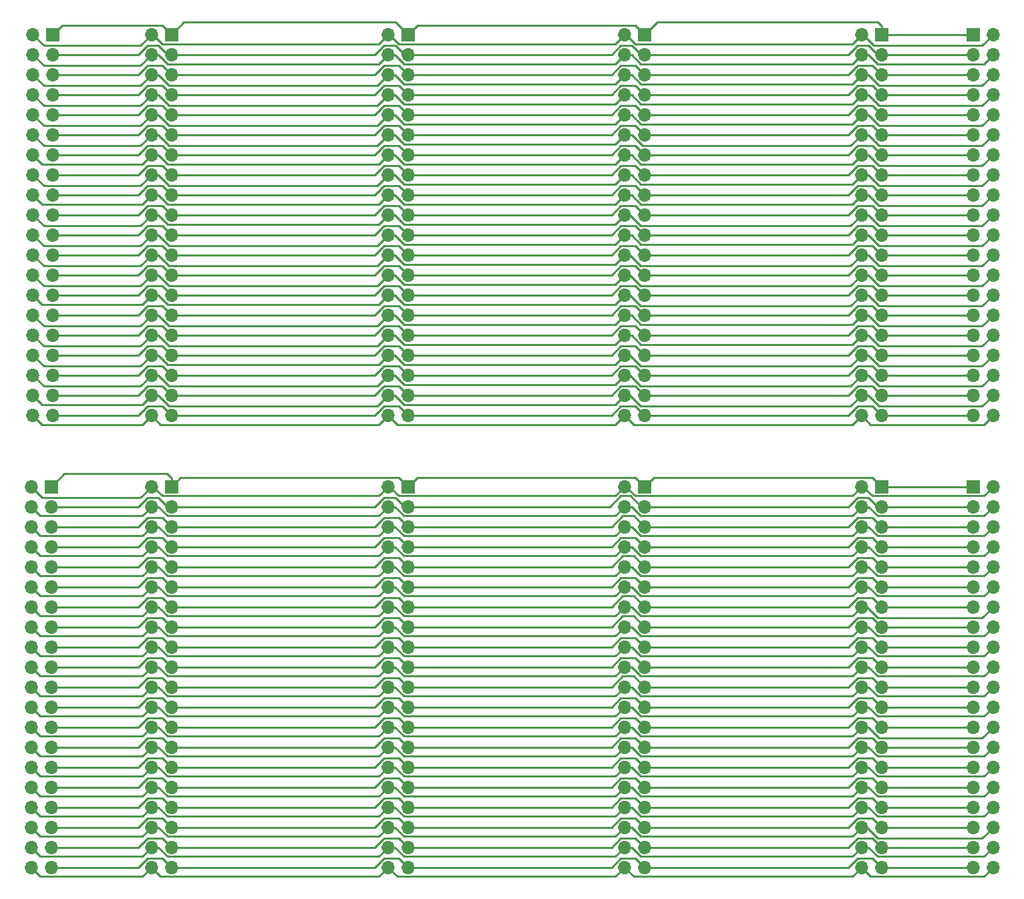
<source format=gtl>
G04 #@! TF.GenerationSoftware,KiCad,Pcbnew,7.0.9*
G04 #@! TF.CreationDate,2023-11-10T12:15:57-05:00*
G04 #@! TF.ProjectId,DoubleRow4SlotBackplane,446f7562-6c65-4526-9f77-34536c6f7442,rev?*
G04 #@! TF.SameCoordinates,Original*
G04 #@! TF.FileFunction,Copper,L1,Top*
G04 #@! TF.FilePolarity,Positive*
%FSLAX46Y46*%
G04 Gerber Fmt 4.6, Leading zero omitted, Abs format (unit mm)*
G04 Created by KiCad (PCBNEW 7.0.9) date 2023-11-10 12:15:57*
%MOMM*%
%LPD*%
G01*
G04 APERTURE LIST*
G04 #@! TA.AperFunction,ComponentPad*
%ADD10R,1.700000X1.700000*%
G04 #@! TD*
G04 #@! TA.AperFunction,ComponentPad*
%ADD11O,1.700000X1.700000*%
G04 #@! TD*
G04 #@! TA.AperFunction,Conductor*
%ADD12C,0.250000*%
G04 #@! TD*
G04 APERTURE END LIST*
D10*
X182880000Y-36690000D03*
D11*
X185420000Y-36690000D03*
X182880000Y-39230000D03*
X185420000Y-39230000D03*
X182880000Y-41770000D03*
X185420000Y-41770000D03*
X182880000Y-44310000D03*
X185420000Y-44310000D03*
X182880000Y-46850000D03*
X185420000Y-46850000D03*
X182880000Y-49390000D03*
X185420000Y-49390000D03*
X182880000Y-51930000D03*
X185420000Y-51930000D03*
X182880000Y-54470000D03*
X185420000Y-54470000D03*
X182880000Y-57010000D03*
X185420000Y-57010000D03*
X182880000Y-59550000D03*
X185420000Y-59550000D03*
X182880000Y-62090000D03*
X185420000Y-62090000D03*
X182880000Y-64630000D03*
X185420000Y-64630000D03*
X182880000Y-67170000D03*
X185420000Y-67170000D03*
X182880000Y-69710000D03*
X185420000Y-69710000D03*
X182880000Y-72250000D03*
X185420000Y-72250000D03*
X182880000Y-74790000D03*
X185420000Y-74790000D03*
X182880000Y-77330000D03*
X185420000Y-77330000D03*
X182880000Y-79870000D03*
X185420000Y-79870000D03*
X182880000Y-82410000D03*
X185420000Y-82410000D03*
X182880000Y-84950000D03*
X185420000Y-84950000D03*
D10*
X81280000Y-36690000D03*
D11*
X78740000Y-36690000D03*
X81280000Y-39230000D03*
X78740000Y-39230000D03*
X81280000Y-41770000D03*
X78740000Y-41770000D03*
X81280000Y-44310000D03*
X78740000Y-44310000D03*
X81280000Y-46850000D03*
X78740000Y-46850000D03*
X81280000Y-49390000D03*
X78740000Y-49390000D03*
X81280000Y-51930000D03*
X78740000Y-51930000D03*
X81280000Y-54470000D03*
X78740000Y-54470000D03*
X81280000Y-57010000D03*
X78740000Y-57010000D03*
X81280000Y-59550000D03*
X78740000Y-59550000D03*
X81280000Y-62090000D03*
X78740000Y-62090000D03*
X81280000Y-64630000D03*
X78740000Y-64630000D03*
X81280000Y-67170000D03*
X78740000Y-67170000D03*
X81280000Y-69710000D03*
X78740000Y-69710000D03*
X81280000Y-72250000D03*
X78740000Y-72250000D03*
X81280000Y-74790000D03*
X78740000Y-74790000D03*
X81280000Y-77330000D03*
X78740000Y-77330000D03*
X81280000Y-79870000D03*
X78740000Y-79870000D03*
X81280000Y-82410000D03*
X78740000Y-82410000D03*
X81280000Y-84950000D03*
X78740000Y-84950000D03*
D10*
X141280000Y-93980000D03*
D11*
X138740000Y-93980000D03*
X141280000Y-96520000D03*
X138740000Y-96520000D03*
X141280000Y-99060000D03*
X138740000Y-99060000D03*
X141280000Y-101600000D03*
X138740000Y-101600000D03*
X141280000Y-104140000D03*
X138740000Y-104140000D03*
X141280000Y-106680000D03*
X138740000Y-106680000D03*
X141280000Y-109220000D03*
X138740000Y-109220000D03*
X141280000Y-111760000D03*
X138740000Y-111760000D03*
X141280000Y-114300000D03*
X138740000Y-114300000D03*
X141280000Y-116840000D03*
X138740000Y-116840000D03*
X141280000Y-119380000D03*
X138740000Y-119380000D03*
X141280000Y-121920000D03*
X138740000Y-121920000D03*
X141280000Y-124460000D03*
X138740000Y-124460000D03*
X141280000Y-127000000D03*
X138740000Y-127000000D03*
X141280000Y-129540000D03*
X138740000Y-129540000D03*
X141280000Y-132080000D03*
X138740000Y-132080000D03*
X141280000Y-134620000D03*
X138740000Y-134620000D03*
X141280000Y-137160000D03*
X138740000Y-137160000D03*
X141280000Y-139700000D03*
X138740000Y-139700000D03*
X141280000Y-142240000D03*
X138740000Y-142240000D03*
D10*
X81280000Y-93980000D03*
D11*
X78740000Y-93980000D03*
X81280000Y-96520000D03*
X78740000Y-96520000D03*
X81280000Y-99060000D03*
X78740000Y-99060000D03*
X81280000Y-101600000D03*
X78740000Y-101600000D03*
X81280000Y-104140000D03*
X78740000Y-104140000D03*
X81280000Y-106680000D03*
X78740000Y-106680000D03*
X81280000Y-109220000D03*
X78740000Y-109220000D03*
X81280000Y-111760000D03*
X78740000Y-111760000D03*
X81280000Y-114300000D03*
X78740000Y-114300000D03*
X81280000Y-116840000D03*
X78740000Y-116840000D03*
X81280000Y-119380000D03*
X78740000Y-119380000D03*
X81280000Y-121920000D03*
X78740000Y-121920000D03*
X81280000Y-124460000D03*
X78740000Y-124460000D03*
X81280000Y-127000000D03*
X78740000Y-127000000D03*
X81280000Y-129540000D03*
X78740000Y-129540000D03*
X81280000Y-132080000D03*
X78740000Y-132080000D03*
X81280000Y-134620000D03*
X78740000Y-134620000D03*
X81280000Y-137160000D03*
X78740000Y-137160000D03*
X81280000Y-139700000D03*
X78740000Y-139700000D03*
X81280000Y-142240000D03*
X78740000Y-142240000D03*
D10*
X111280000Y-93980000D03*
D11*
X108740000Y-93980000D03*
X111280000Y-96520000D03*
X108740000Y-96520000D03*
X111280000Y-99060000D03*
X108740000Y-99060000D03*
X111280000Y-101600000D03*
X108740000Y-101600000D03*
X111280000Y-104140000D03*
X108740000Y-104140000D03*
X111280000Y-106680000D03*
X108740000Y-106680000D03*
X111280000Y-109220000D03*
X108740000Y-109220000D03*
X111280000Y-111760000D03*
X108740000Y-111760000D03*
X111280000Y-114300000D03*
X108740000Y-114300000D03*
X111280000Y-116840000D03*
X108740000Y-116840000D03*
X111280000Y-119380000D03*
X108740000Y-119380000D03*
X111280000Y-121920000D03*
X108740000Y-121920000D03*
X111280000Y-124460000D03*
X108740000Y-124460000D03*
X111280000Y-127000000D03*
X108740000Y-127000000D03*
X111280000Y-129540000D03*
X108740000Y-129540000D03*
X111280000Y-132080000D03*
X108740000Y-132080000D03*
X111280000Y-134620000D03*
X108740000Y-134620000D03*
X111280000Y-137160000D03*
X108740000Y-137160000D03*
X111280000Y-139700000D03*
X108740000Y-139700000D03*
X111280000Y-142240000D03*
X108740000Y-142240000D03*
D10*
X66280000Y-36690000D03*
D11*
X63740000Y-36690000D03*
X66280000Y-39230000D03*
X63740000Y-39230000D03*
X66280000Y-41770000D03*
X63740000Y-41770000D03*
X66280000Y-44310000D03*
X63740000Y-44310000D03*
X66280000Y-46850000D03*
X63740000Y-46850000D03*
X66280000Y-49390000D03*
X63740000Y-49390000D03*
X66280000Y-51930000D03*
X63740000Y-51930000D03*
X66280000Y-54470000D03*
X63740000Y-54470000D03*
X66280000Y-57010000D03*
X63740000Y-57010000D03*
X66280000Y-59550000D03*
X63740000Y-59550000D03*
X66280000Y-62090000D03*
X63740000Y-62090000D03*
X66280000Y-64630000D03*
X63740000Y-64630000D03*
X66280000Y-67170000D03*
X63740000Y-67170000D03*
X66280000Y-69710000D03*
X63740000Y-69710000D03*
X66280000Y-72250000D03*
X63740000Y-72250000D03*
X66280000Y-74790000D03*
X63740000Y-74790000D03*
X66280000Y-77330000D03*
X63740000Y-77330000D03*
X66280000Y-79870000D03*
X63740000Y-79870000D03*
X66280000Y-82410000D03*
X63740000Y-82410000D03*
X66280000Y-84950000D03*
X63740000Y-84950000D03*
D10*
X171280000Y-36690000D03*
D11*
X168740000Y-36690000D03*
X171280000Y-39230000D03*
X168740000Y-39230000D03*
X171280000Y-41770000D03*
X168740000Y-41770000D03*
X171280000Y-44310000D03*
X168740000Y-44310000D03*
X171280000Y-46850000D03*
X168740000Y-46850000D03*
X171280000Y-49390000D03*
X168740000Y-49390000D03*
X171280000Y-51930000D03*
X168740000Y-51930000D03*
X171280000Y-54470000D03*
X168740000Y-54470000D03*
X171280000Y-57010000D03*
X168740000Y-57010000D03*
X171280000Y-59550000D03*
X168740000Y-59550000D03*
X171280000Y-62090000D03*
X168740000Y-62090000D03*
X171280000Y-64630000D03*
X168740000Y-64630000D03*
X171280000Y-67170000D03*
X168740000Y-67170000D03*
X171280000Y-69710000D03*
X168740000Y-69710000D03*
X171280000Y-72250000D03*
X168740000Y-72250000D03*
X171280000Y-74790000D03*
X168740000Y-74790000D03*
X171280000Y-77330000D03*
X168740000Y-77330000D03*
X171280000Y-79870000D03*
X168740000Y-79870000D03*
X171280000Y-82410000D03*
X168740000Y-82410000D03*
X171280000Y-84950000D03*
X168740000Y-84950000D03*
D10*
X171280000Y-93980000D03*
D11*
X168740000Y-93980000D03*
X171280000Y-96520000D03*
X168740000Y-96520000D03*
X171280000Y-99060000D03*
X168740000Y-99060000D03*
X171280000Y-101600000D03*
X168740000Y-101600000D03*
X171280000Y-104140000D03*
X168740000Y-104140000D03*
X171280000Y-106680000D03*
X168740000Y-106680000D03*
X171280000Y-109220000D03*
X168740000Y-109220000D03*
X171280000Y-111760000D03*
X168740000Y-111760000D03*
X171280000Y-114300000D03*
X168740000Y-114300000D03*
X171280000Y-116840000D03*
X168740000Y-116840000D03*
X171280000Y-119380000D03*
X168740000Y-119380000D03*
X171280000Y-121920000D03*
X168740000Y-121920000D03*
X171280000Y-124460000D03*
X168740000Y-124460000D03*
X171280000Y-127000000D03*
X168740000Y-127000000D03*
X171280000Y-129540000D03*
X168740000Y-129540000D03*
X171280000Y-132080000D03*
X168740000Y-132080000D03*
X171280000Y-134620000D03*
X168740000Y-134620000D03*
X171280000Y-137160000D03*
X168740000Y-137160000D03*
X171280000Y-139700000D03*
X168740000Y-139700000D03*
X171280000Y-142240000D03*
X168740000Y-142240000D03*
D10*
X66040000Y-93980000D03*
D11*
X63500000Y-93980000D03*
X66040000Y-96520000D03*
X63500000Y-96520000D03*
X66040000Y-99060000D03*
X63500000Y-99060000D03*
X66040000Y-101600000D03*
X63500000Y-101600000D03*
X66040000Y-104140000D03*
X63500000Y-104140000D03*
X66040000Y-106680000D03*
X63500000Y-106680000D03*
X66040000Y-109220000D03*
X63500000Y-109220000D03*
X66040000Y-111760000D03*
X63500000Y-111760000D03*
X66040000Y-114300000D03*
X63500000Y-114300000D03*
X66040000Y-116840000D03*
X63500000Y-116840000D03*
X66040000Y-119380000D03*
X63500000Y-119380000D03*
X66040000Y-121920000D03*
X63500000Y-121920000D03*
X66040000Y-124460000D03*
X63500000Y-124460000D03*
X66040000Y-127000000D03*
X63500000Y-127000000D03*
X66040000Y-129540000D03*
X63500000Y-129540000D03*
X66040000Y-132080000D03*
X63500000Y-132080000D03*
X66040000Y-134620000D03*
X63500000Y-134620000D03*
X66040000Y-137160000D03*
X63500000Y-137160000D03*
X66040000Y-139700000D03*
X63500000Y-139700000D03*
X66040000Y-142240000D03*
X63500000Y-142240000D03*
D10*
X111280000Y-36690000D03*
D11*
X108740000Y-36690000D03*
X111280000Y-39230000D03*
X108740000Y-39230000D03*
X111280000Y-41770000D03*
X108740000Y-41770000D03*
X111280000Y-44310000D03*
X108740000Y-44310000D03*
X111280000Y-46850000D03*
X108740000Y-46850000D03*
X111280000Y-49390000D03*
X108740000Y-49390000D03*
X111280000Y-51930000D03*
X108740000Y-51930000D03*
X111280000Y-54470000D03*
X108740000Y-54470000D03*
X111280000Y-57010000D03*
X108740000Y-57010000D03*
X111280000Y-59550000D03*
X108740000Y-59550000D03*
X111280000Y-62090000D03*
X108740000Y-62090000D03*
X111280000Y-64630000D03*
X108740000Y-64630000D03*
X111280000Y-67170000D03*
X108740000Y-67170000D03*
X111280000Y-69710000D03*
X108740000Y-69710000D03*
X111280000Y-72250000D03*
X108740000Y-72250000D03*
X111280000Y-74790000D03*
X108740000Y-74790000D03*
X111280000Y-77330000D03*
X108740000Y-77330000D03*
X111280000Y-79870000D03*
X108740000Y-79870000D03*
X111280000Y-82410000D03*
X108740000Y-82410000D03*
X111280000Y-84950000D03*
X108740000Y-84950000D03*
D10*
X182880000Y-93980000D03*
D11*
X185420000Y-93980000D03*
X182880000Y-96520000D03*
X185420000Y-96520000D03*
X182880000Y-99060000D03*
X185420000Y-99060000D03*
X182880000Y-101600000D03*
X185420000Y-101600000D03*
X182880000Y-104140000D03*
X185420000Y-104140000D03*
X182880000Y-106680000D03*
X185420000Y-106680000D03*
X182880000Y-109220000D03*
X185420000Y-109220000D03*
X182880000Y-111760000D03*
X185420000Y-111760000D03*
X182880000Y-114300000D03*
X185420000Y-114300000D03*
X182880000Y-116840000D03*
X185420000Y-116840000D03*
X182880000Y-119380000D03*
X185420000Y-119380000D03*
X182880000Y-121920000D03*
X185420000Y-121920000D03*
X182880000Y-124460000D03*
X185420000Y-124460000D03*
X182880000Y-127000000D03*
X185420000Y-127000000D03*
X182880000Y-129540000D03*
X185420000Y-129540000D03*
X182880000Y-132080000D03*
X185420000Y-132080000D03*
X182880000Y-134620000D03*
X185420000Y-134620000D03*
X182880000Y-137160000D03*
X185420000Y-137160000D03*
X182880000Y-139700000D03*
X185420000Y-139700000D03*
X182880000Y-142240000D03*
X185420000Y-142240000D03*
D10*
X141280000Y-36690000D03*
D11*
X138740000Y-36690000D03*
X141280000Y-39230000D03*
X138740000Y-39230000D03*
X141280000Y-41770000D03*
X138740000Y-41770000D03*
X141280000Y-44310000D03*
X138740000Y-44310000D03*
X141280000Y-46850000D03*
X138740000Y-46850000D03*
X141280000Y-49390000D03*
X138740000Y-49390000D03*
X141280000Y-51930000D03*
X138740000Y-51930000D03*
X141280000Y-54470000D03*
X138740000Y-54470000D03*
X141280000Y-57010000D03*
X138740000Y-57010000D03*
X141280000Y-59550000D03*
X138740000Y-59550000D03*
X141280000Y-62090000D03*
X138740000Y-62090000D03*
X141280000Y-64630000D03*
X138740000Y-64630000D03*
X141280000Y-67170000D03*
X138740000Y-67170000D03*
X141280000Y-69710000D03*
X138740000Y-69710000D03*
X141280000Y-72250000D03*
X138740000Y-72250000D03*
X141280000Y-74790000D03*
X138740000Y-74790000D03*
X141280000Y-77330000D03*
X138740000Y-77330000D03*
X141280000Y-79870000D03*
X138740000Y-79870000D03*
X141280000Y-82410000D03*
X138740000Y-82410000D03*
X141280000Y-84950000D03*
X138740000Y-84950000D03*
D12*
X171280000Y-35590000D02*
X171280000Y-36690000D01*
X80105000Y-35515000D02*
X81280000Y-36690000D01*
X81280000Y-36690000D02*
X82860000Y-35110000D01*
X141280000Y-36690000D02*
X142860000Y-35110000D01*
X171280000Y-36690000D02*
X182880000Y-36690000D01*
X111280000Y-36690000D02*
X112455000Y-35515000D01*
X142860000Y-35110000D02*
X170800000Y-35110000D01*
X140105000Y-35515000D02*
X141280000Y-36690000D01*
X170800000Y-35110000D02*
X171280000Y-35590000D01*
X66280000Y-36690000D02*
X67455000Y-35515000D01*
X67455000Y-35515000D02*
X80105000Y-35515000D01*
X82860000Y-35110000D02*
X109700000Y-35110000D01*
X109700000Y-35110000D02*
X111280000Y-36690000D01*
X112455000Y-35515000D02*
X140105000Y-35515000D01*
X137565000Y-37865000D02*
X138740000Y-36690000D01*
X170295000Y-38055000D02*
X184055000Y-38055000D01*
X77375000Y-38055000D02*
X78740000Y-36690000D01*
X138740000Y-36690000D02*
X138930000Y-36690000D01*
X78740000Y-36690000D02*
X78930000Y-36690000D01*
X63740000Y-36690000D02*
X65105000Y-38055000D01*
X107565000Y-37865000D02*
X108740000Y-36690000D01*
X80105000Y-37865000D02*
X107565000Y-37865000D01*
X168740000Y-36690000D02*
X168930000Y-36690000D01*
X167565000Y-37865000D02*
X168740000Y-36690000D01*
X110105000Y-37865000D02*
X137565000Y-37865000D01*
X65105000Y-38055000D02*
X77375000Y-38055000D01*
X108930000Y-36690000D02*
X110105000Y-37865000D01*
X184055000Y-38055000D02*
X185420000Y-36690000D01*
X168930000Y-36690000D02*
X170295000Y-38055000D01*
X138930000Y-36690000D02*
X140105000Y-37865000D01*
X108740000Y-36690000D02*
X108930000Y-36690000D01*
X78930000Y-36690000D02*
X80105000Y-37865000D01*
X140105000Y-37865000D02*
X167565000Y-37865000D01*
X80833604Y-39230000D02*
X81280000Y-39230000D01*
X141280000Y-39230000D02*
X167078299Y-39230000D01*
X107078299Y-39230000D02*
X108253299Y-38055000D01*
X139658604Y-38055000D02*
X140833604Y-39230000D01*
X78253299Y-38055000D02*
X79658604Y-38055000D01*
X109658604Y-38055000D02*
X110833604Y-39230000D01*
X167078299Y-39230000D02*
X168253299Y-38055000D01*
X110833604Y-39230000D02*
X111280000Y-39230000D01*
X79658604Y-38055000D02*
X80833604Y-39230000D01*
X137078299Y-39230000D02*
X138253299Y-38055000D01*
X111280000Y-39230000D02*
X137078299Y-39230000D01*
X81280000Y-39230000D02*
X107078299Y-39230000D01*
X169658604Y-38055000D02*
X170833604Y-39230000D01*
X140833604Y-39230000D02*
X141280000Y-39230000D01*
X171280000Y-39230000D02*
X182880000Y-39230000D01*
X66280000Y-39230000D02*
X77078299Y-39230000D01*
X138253299Y-38055000D02*
X139658604Y-38055000D01*
X170833604Y-39230000D02*
X171280000Y-39230000D01*
X108253299Y-38055000D02*
X109658604Y-38055000D01*
X168253299Y-38055000D02*
X169658604Y-38055000D01*
X77078299Y-39230000D02*
X78253299Y-38055000D01*
X79618299Y-39230000D02*
X80793299Y-40405000D01*
X110793299Y-40405000D02*
X137565000Y-40405000D01*
X184245000Y-40405000D02*
X185420000Y-39230000D01*
X140793299Y-40405000D02*
X167565000Y-40405000D01*
X63740000Y-39230000D02*
X65105000Y-40595000D01*
X65105000Y-40595000D02*
X77375000Y-40595000D01*
X77375000Y-40595000D02*
X78740000Y-39230000D01*
X109618299Y-39230000D02*
X110793299Y-40405000D01*
X138740000Y-39230000D02*
X139618299Y-39230000D01*
X167565000Y-40405000D02*
X168740000Y-39230000D01*
X80793299Y-40405000D02*
X107565000Y-40405000D01*
X168740000Y-39230000D02*
X169618299Y-39230000D01*
X170793299Y-40405000D02*
X184245000Y-40405000D01*
X108740000Y-39230000D02*
X109618299Y-39230000D01*
X169618299Y-39230000D02*
X170793299Y-40405000D01*
X78740000Y-39230000D02*
X79618299Y-39230000D01*
X137565000Y-40405000D02*
X138740000Y-39230000D01*
X139618299Y-39230000D02*
X140793299Y-40405000D01*
X107565000Y-40405000D02*
X108740000Y-39230000D01*
X140793299Y-42945000D02*
X167565000Y-42945000D01*
X137565000Y-42945000D02*
X138740000Y-41770000D01*
X109618299Y-41770000D02*
X110793299Y-42945000D01*
X139618299Y-41770000D02*
X140793299Y-42945000D01*
X63740000Y-41770000D02*
X65105000Y-43135000D01*
X78740000Y-41770000D02*
X79618299Y-41770000D01*
X169618299Y-41770000D02*
X170983299Y-43135000D01*
X168740000Y-41770000D02*
X169618299Y-41770000D01*
X107375000Y-43135000D02*
X108740000Y-41770000D01*
X138740000Y-41770000D02*
X139618299Y-41770000D01*
X79618299Y-41770000D02*
X80983299Y-43135000D01*
X184055000Y-43135000D02*
X185420000Y-41770000D01*
X170983299Y-43135000D02*
X184055000Y-43135000D01*
X167565000Y-42945000D02*
X168740000Y-41770000D01*
X110793299Y-42945000D02*
X137565000Y-42945000D01*
X77375000Y-43135000D02*
X78740000Y-41770000D01*
X108740000Y-41770000D02*
X109618299Y-41770000D01*
X80983299Y-43135000D02*
X107375000Y-43135000D01*
X65105000Y-43135000D02*
X77375000Y-43135000D01*
X137565000Y-45485000D02*
X138740000Y-44310000D01*
X110793299Y-45485000D02*
X137565000Y-45485000D01*
X107375000Y-45675000D02*
X108740000Y-44310000D01*
X170983299Y-45675000D02*
X184055000Y-45675000D01*
X77375000Y-45675000D02*
X78740000Y-44310000D01*
X169618299Y-44310000D02*
X170983299Y-45675000D01*
X79618299Y-44310000D02*
X80983299Y-45675000D01*
X168740000Y-44310000D02*
X169618299Y-44310000D01*
X167565000Y-45485000D02*
X168740000Y-44310000D01*
X184055000Y-45675000D02*
X185420000Y-44310000D01*
X78740000Y-44310000D02*
X79618299Y-44310000D01*
X139618299Y-44310000D02*
X140793299Y-45485000D01*
X140793299Y-45485000D02*
X167565000Y-45485000D01*
X138740000Y-44310000D02*
X139618299Y-44310000D01*
X108740000Y-44310000D02*
X109618299Y-44310000D01*
X65105000Y-45675000D02*
X77375000Y-45675000D01*
X109618299Y-44310000D02*
X110793299Y-45485000D01*
X80983299Y-45675000D02*
X107375000Y-45675000D01*
X63740000Y-44310000D02*
X65105000Y-45675000D01*
X167565000Y-48025000D02*
X168740000Y-46850000D01*
X65105000Y-48215000D02*
X77375000Y-48215000D01*
X80983299Y-48215000D02*
X107375000Y-48215000D01*
X78740000Y-46850000D02*
X79618299Y-46850000D01*
X108740000Y-46850000D02*
X109618299Y-46850000D01*
X170983299Y-48215000D02*
X184055000Y-48215000D01*
X63740000Y-46850000D02*
X65105000Y-48215000D01*
X138740000Y-46850000D02*
X139618299Y-46850000D01*
X140793299Y-48025000D02*
X167565000Y-48025000D01*
X137565000Y-48025000D02*
X138740000Y-46850000D01*
X139618299Y-46850000D02*
X140793299Y-48025000D01*
X168740000Y-46850000D02*
X169618299Y-46850000D01*
X107375000Y-48215000D02*
X108740000Y-46850000D01*
X110793299Y-48025000D02*
X137565000Y-48025000D01*
X169618299Y-46850000D02*
X170983299Y-48215000D01*
X77375000Y-48215000D02*
X78740000Y-46850000D01*
X109618299Y-46850000D02*
X110793299Y-48025000D01*
X79618299Y-46850000D02*
X80983299Y-48215000D01*
X184055000Y-48215000D02*
X185420000Y-46850000D01*
X77375000Y-50755000D02*
X78740000Y-49390000D01*
X167375000Y-50755000D02*
X168740000Y-49390000D01*
X80983299Y-50755000D02*
X107375000Y-50755000D01*
X138740000Y-49390000D02*
X139618299Y-49390000D01*
X139618299Y-49390000D02*
X140983299Y-50755000D01*
X63740000Y-49390000D02*
X65105000Y-50755000D01*
X168740000Y-49390000D02*
X169618299Y-49390000D01*
X79618299Y-49390000D02*
X80983299Y-50755000D01*
X184055000Y-50755000D02*
X185420000Y-49390000D01*
X137565000Y-50565000D02*
X138740000Y-49390000D01*
X107375000Y-50755000D02*
X108740000Y-49390000D01*
X108740000Y-49390000D02*
X109618299Y-49390000D01*
X140983299Y-50755000D02*
X167375000Y-50755000D01*
X169618299Y-49390000D02*
X170983299Y-50755000D01*
X65105000Y-50755000D02*
X77375000Y-50755000D01*
X109618299Y-49390000D02*
X110793299Y-50565000D01*
X110793299Y-50565000D02*
X137565000Y-50565000D01*
X78740000Y-49390000D02*
X79618299Y-49390000D01*
X170983299Y-50755000D02*
X184055000Y-50755000D01*
X107565000Y-53105000D02*
X108740000Y-51930000D01*
X139618299Y-51930000D02*
X140793299Y-53105000D01*
X80793299Y-53105000D02*
X107565000Y-53105000D01*
X137565000Y-53105000D02*
X138740000Y-51930000D01*
X138740000Y-51930000D02*
X139618299Y-51930000D01*
X109618299Y-51930000D02*
X110793299Y-53105000D01*
X167565000Y-53105000D02*
X168740000Y-51930000D01*
X110793299Y-53105000D02*
X137565000Y-53105000D01*
X169618299Y-51930000D02*
X170983299Y-53295000D01*
X170983299Y-53295000D02*
X184055000Y-53295000D01*
X63740000Y-51930000D02*
X64915000Y-53105000D01*
X77565000Y-53105000D02*
X78740000Y-51930000D01*
X108740000Y-51930000D02*
X109618299Y-51930000D01*
X140793299Y-53105000D02*
X167565000Y-53105000D01*
X78740000Y-51930000D02*
X79618299Y-51930000D01*
X79618299Y-51930000D02*
X80793299Y-53105000D01*
X184055000Y-53295000D02*
X185420000Y-51930000D01*
X64915000Y-53105000D02*
X77565000Y-53105000D01*
X168740000Y-51930000D02*
X169618299Y-51930000D01*
X65105000Y-55835000D02*
X77375000Y-55835000D01*
X78740000Y-54470000D02*
X79618299Y-54470000D01*
X170983299Y-55835000D02*
X184055000Y-55835000D01*
X109618299Y-54470000D02*
X110793299Y-55645000D01*
X169618299Y-54470000D02*
X170983299Y-55835000D01*
X77375000Y-55835000D02*
X78740000Y-54470000D01*
X140793299Y-55645000D02*
X167565000Y-55645000D01*
X80983299Y-55835000D02*
X107375000Y-55835000D01*
X137565000Y-55645000D02*
X138740000Y-54470000D01*
X184055000Y-55835000D02*
X185420000Y-54470000D01*
X168740000Y-54470000D02*
X169618299Y-54470000D01*
X110793299Y-55645000D02*
X137565000Y-55645000D01*
X108740000Y-54470000D02*
X109618299Y-54470000D01*
X63740000Y-54470000D02*
X65105000Y-55835000D01*
X138740000Y-54470000D02*
X139618299Y-54470000D01*
X167565000Y-55645000D02*
X168740000Y-54470000D01*
X139618299Y-54470000D02*
X140793299Y-55645000D01*
X79618299Y-54470000D02*
X80983299Y-55835000D01*
X107375000Y-55835000D02*
X108740000Y-54470000D01*
X80793299Y-58185000D02*
X107565000Y-58185000D01*
X64915000Y-58185000D02*
X77565000Y-58185000D01*
X168740000Y-57010000D02*
X169618299Y-57010000D01*
X78740000Y-57010000D02*
X79618299Y-57010000D01*
X107565000Y-58185000D02*
X108740000Y-57010000D01*
X77565000Y-58185000D02*
X78740000Y-57010000D01*
X169618299Y-57010000D02*
X170983299Y-58375000D01*
X140793299Y-58185000D02*
X167565000Y-58185000D01*
X170983299Y-58375000D02*
X184055000Y-58375000D01*
X108740000Y-57010000D02*
X109618299Y-57010000D01*
X79618299Y-57010000D02*
X80793299Y-58185000D01*
X110793299Y-58185000D02*
X137565000Y-58185000D01*
X137565000Y-58185000D02*
X138740000Y-57010000D01*
X184055000Y-58375000D02*
X185420000Y-57010000D01*
X109618299Y-57010000D02*
X110793299Y-58185000D01*
X139618299Y-57010000D02*
X140793299Y-58185000D01*
X63740000Y-57010000D02*
X64915000Y-58185000D01*
X138740000Y-57010000D02*
X139618299Y-57010000D01*
X167565000Y-58185000D02*
X168740000Y-57010000D01*
X170983299Y-60915000D02*
X184055000Y-60915000D01*
X168740000Y-59550000D02*
X169618299Y-59550000D01*
X108740000Y-59550000D02*
X109618299Y-59550000D01*
X80793299Y-60725000D02*
X107565000Y-60725000D01*
X137565000Y-60725000D02*
X138740000Y-59550000D01*
X65105000Y-60915000D02*
X77375000Y-60915000D01*
X109618299Y-59550000D02*
X110793299Y-60725000D01*
X184055000Y-60915000D02*
X185420000Y-59550000D01*
X169618299Y-59550000D02*
X170983299Y-60915000D01*
X110793299Y-60725000D02*
X137565000Y-60725000D01*
X77375000Y-60915000D02*
X78740000Y-59550000D01*
X78740000Y-59550000D02*
X79618299Y-59550000D01*
X139428299Y-59550000D02*
X140793299Y-60915000D01*
X138740000Y-59550000D02*
X139428299Y-59550000D01*
X79618299Y-59550000D02*
X80793299Y-60725000D01*
X63740000Y-59550000D02*
X65105000Y-60915000D01*
X167375000Y-60915000D02*
X168740000Y-59550000D01*
X140793299Y-60915000D02*
X167375000Y-60915000D01*
X107565000Y-60725000D02*
X108740000Y-59550000D01*
X110105000Y-60915000D02*
X111280000Y-62090000D01*
X170105000Y-60915000D02*
X171280000Y-62090000D01*
X137078299Y-62090000D02*
X138253299Y-60915000D01*
X108253299Y-60915000D02*
X110105000Y-60915000D01*
X168253299Y-60915000D02*
X170105000Y-60915000D01*
X107078299Y-62090000D02*
X108253299Y-60915000D01*
X66280000Y-62090000D02*
X77078299Y-62090000D01*
X140105000Y-60915000D02*
X141280000Y-62090000D01*
X141280000Y-62090000D02*
X167078299Y-62090000D01*
X167078299Y-62090000D02*
X168253299Y-60915000D01*
X77078299Y-62090000D02*
X78253299Y-60915000D01*
X78253299Y-60915000D02*
X80105000Y-60915000D01*
X171280000Y-62090000D02*
X182880000Y-62090000D01*
X81280000Y-62090000D02*
X107078299Y-62090000D01*
X138253299Y-60915000D02*
X140105000Y-60915000D01*
X80105000Y-60915000D02*
X81280000Y-62090000D01*
X111280000Y-62090000D02*
X137078299Y-62090000D01*
X79618299Y-62090000D02*
X80983299Y-63455000D01*
X110793299Y-63265000D02*
X137565000Y-63265000D01*
X138740000Y-62090000D02*
X139618299Y-62090000D01*
X139618299Y-62090000D02*
X140793299Y-63265000D01*
X169618299Y-62090000D02*
X170983299Y-63455000D01*
X78740000Y-62090000D02*
X79618299Y-62090000D01*
X107375000Y-63455000D02*
X108740000Y-62090000D01*
X108740000Y-62090000D02*
X109618299Y-62090000D01*
X168740000Y-62090000D02*
X169618299Y-62090000D01*
X184055000Y-63455000D02*
X185420000Y-62090000D01*
X137565000Y-63265000D02*
X138740000Y-62090000D01*
X167565000Y-63265000D02*
X168740000Y-62090000D01*
X63740000Y-62090000D02*
X65105000Y-63455000D01*
X109618299Y-62090000D02*
X110793299Y-63265000D01*
X65105000Y-63455000D02*
X77375000Y-63455000D01*
X80983299Y-63455000D02*
X107375000Y-63455000D01*
X170983299Y-63455000D02*
X184055000Y-63455000D01*
X77375000Y-63455000D02*
X78740000Y-62090000D01*
X140793299Y-63265000D02*
X167565000Y-63265000D01*
X107078299Y-64630000D02*
X108253299Y-63455000D01*
X167078299Y-64630000D02*
X168253299Y-63455000D01*
X141280000Y-64630000D02*
X167078299Y-64630000D01*
X111280000Y-64630000D02*
X137078299Y-64630000D01*
X66280000Y-64630000D02*
X77078299Y-64630000D01*
X170105000Y-63455000D02*
X171280000Y-64630000D01*
X137078299Y-64630000D02*
X138253299Y-63455000D01*
X78253299Y-63455000D02*
X80105000Y-63455000D01*
X168253299Y-63455000D02*
X170105000Y-63455000D01*
X108253299Y-63455000D02*
X110105000Y-63455000D01*
X80105000Y-63455000D02*
X81280000Y-64630000D01*
X140105000Y-63455000D02*
X141280000Y-64630000D01*
X110105000Y-63455000D02*
X111280000Y-64630000D01*
X171280000Y-64630000D02*
X182880000Y-64630000D01*
X138253299Y-63455000D02*
X140105000Y-63455000D01*
X81280000Y-64630000D02*
X107078299Y-64630000D01*
X77078299Y-64630000D02*
X78253299Y-63455000D01*
X78740000Y-64630000D02*
X79618299Y-64630000D01*
X80983299Y-65995000D02*
X107375000Y-65995000D01*
X137565000Y-65805000D02*
X138740000Y-64630000D01*
X167375000Y-65995000D02*
X168740000Y-64630000D01*
X110793299Y-65805000D02*
X137565000Y-65805000D01*
X65105000Y-65995000D02*
X77375000Y-65995000D01*
X138740000Y-64630000D02*
X139428299Y-64630000D01*
X107375000Y-65995000D02*
X108740000Y-64630000D01*
X79618299Y-64630000D02*
X80983299Y-65995000D01*
X109618299Y-64630000D02*
X110793299Y-65805000D01*
X77375000Y-65995000D02*
X78740000Y-64630000D01*
X63740000Y-64630000D02*
X65105000Y-65995000D01*
X184055000Y-65995000D02*
X185420000Y-64630000D01*
X168740000Y-64630000D02*
X169618299Y-64630000D01*
X140793299Y-65995000D02*
X167375000Y-65995000D01*
X108740000Y-64630000D02*
X109618299Y-64630000D01*
X169618299Y-64630000D02*
X170983299Y-65995000D01*
X170983299Y-65995000D02*
X184055000Y-65995000D01*
X139428299Y-64630000D02*
X140793299Y-65995000D01*
X138253299Y-65995000D02*
X140105000Y-65995000D01*
X108253299Y-65995000D02*
X110105000Y-65995000D01*
X140105000Y-65995000D02*
X141280000Y-67170000D01*
X80105000Y-65995000D02*
X81280000Y-67170000D01*
X167078299Y-67170000D02*
X168253299Y-65995000D01*
X66280000Y-67170000D02*
X77078299Y-67170000D01*
X137078299Y-67170000D02*
X138253299Y-65995000D01*
X141280000Y-67170000D02*
X167078299Y-67170000D01*
X111280000Y-67170000D02*
X137078299Y-67170000D01*
X81280000Y-67170000D02*
X107078299Y-67170000D01*
X171280000Y-67170000D02*
X182880000Y-67170000D01*
X78253299Y-65995000D02*
X80105000Y-65995000D01*
X110105000Y-65995000D02*
X111280000Y-67170000D01*
X168253299Y-65995000D02*
X170105000Y-65995000D01*
X77078299Y-67170000D02*
X78253299Y-65995000D01*
X107078299Y-67170000D02*
X108253299Y-65995000D01*
X170105000Y-65995000D02*
X171280000Y-67170000D01*
X77375000Y-68535000D02*
X78740000Y-67170000D01*
X169618299Y-67170000D02*
X170983299Y-68535000D01*
X138740000Y-67170000D02*
X139428299Y-67170000D01*
X168740000Y-67170000D02*
X169618299Y-67170000D01*
X109618299Y-67170000D02*
X110793299Y-68345000D01*
X184055000Y-68535000D02*
X185420000Y-67170000D01*
X137565000Y-68345000D02*
X138740000Y-67170000D01*
X110793299Y-68345000D02*
X137565000Y-68345000D01*
X167375000Y-68535000D02*
X168740000Y-67170000D01*
X65105000Y-68535000D02*
X77375000Y-68535000D01*
X79618299Y-67170000D02*
X80983299Y-68535000D01*
X140793299Y-68535000D02*
X167375000Y-68535000D01*
X170983299Y-68535000D02*
X184055000Y-68535000D01*
X78740000Y-67170000D02*
X79618299Y-67170000D01*
X108740000Y-67170000D02*
X109618299Y-67170000D01*
X63740000Y-67170000D02*
X65105000Y-68535000D01*
X80983299Y-68535000D02*
X107375000Y-68535000D01*
X107375000Y-68535000D02*
X108740000Y-67170000D01*
X139428299Y-67170000D02*
X140793299Y-68535000D01*
X111280000Y-69710000D02*
X137078299Y-69710000D01*
X80105000Y-68535000D02*
X81280000Y-69710000D01*
X81280000Y-69710000D02*
X107078299Y-69710000D01*
X171280000Y-69710000D02*
X182880000Y-69710000D01*
X137078299Y-69710000D02*
X138253299Y-68535000D01*
X170105000Y-68535000D02*
X171280000Y-69710000D01*
X168253299Y-68535000D02*
X170105000Y-68535000D01*
X77078299Y-69710000D02*
X78253299Y-68535000D01*
X78253299Y-68535000D02*
X80105000Y-68535000D01*
X167078299Y-69710000D02*
X168253299Y-68535000D01*
X110105000Y-68535000D02*
X111280000Y-69710000D01*
X66280000Y-69710000D02*
X77078299Y-69710000D01*
X138253299Y-68535000D02*
X140105000Y-68535000D01*
X140105000Y-68535000D02*
X141280000Y-69710000D01*
X141280000Y-69710000D02*
X167078299Y-69710000D01*
X107078299Y-69710000D02*
X108253299Y-68535000D01*
X108253299Y-68535000D02*
X110105000Y-68535000D01*
X139428299Y-69710000D02*
X140793299Y-71075000D01*
X108740000Y-69710000D02*
X109618299Y-69710000D01*
X110793299Y-70885000D02*
X137565000Y-70885000D01*
X63740000Y-69710000D02*
X64915000Y-70885000D01*
X168740000Y-69710000D02*
X169618299Y-69710000D01*
X109618299Y-69710000D02*
X110793299Y-70885000D01*
X77565000Y-70885000D02*
X78740000Y-69710000D01*
X107565000Y-70885000D02*
X108740000Y-69710000D01*
X169618299Y-69710000D02*
X170983299Y-71075000D01*
X184055000Y-71075000D02*
X185420000Y-69710000D01*
X78740000Y-69710000D02*
X79618299Y-69710000D01*
X170983299Y-71075000D02*
X184055000Y-71075000D01*
X79618299Y-69710000D02*
X80793299Y-70885000D01*
X138740000Y-69710000D02*
X139428299Y-69710000D01*
X64915000Y-70885000D02*
X77565000Y-70885000D01*
X167375000Y-71075000D02*
X168740000Y-69710000D01*
X137565000Y-70885000D02*
X138740000Y-69710000D01*
X140793299Y-71075000D02*
X167375000Y-71075000D01*
X80793299Y-70885000D02*
X107565000Y-70885000D01*
X77078299Y-72250000D02*
X78253299Y-71075000D01*
X108253299Y-71075000D02*
X110105000Y-71075000D01*
X141280000Y-72250000D02*
X167078299Y-72250000D01*
X107078299Y-72250000D02*
X108253299Y-71075000D01*
X81280000Y-72250000D02*
X107078299Y-72250000D01*
X167078299Y-72250000D02*
X168253299Y-71075000D01*
X137078299Y-72250000D02*
X138253299Y-71075000D01*
X78253299Y-71075000D02*
X80105000Y-71075000D01*
X170105000Y-71075000D02*
X171280000Y-72250000D01*
X110105000Y-71075000D02*
X111280000Y-72250000D01*
X138253299Y-71075000D02*
X140105000Y-71075000D01*
X66280000Y-72250000D02*
X77078299Y-72250000D01*
X140105000Y-71075000D02*
X141280000Y-72250000D01*
X171280000Y-72250000D02*
X182880000Y-72250000D01*
X168253299Y-71075000D02*
X170105000Y-71075000D01*
X111280000Y-72250000D02*
X137078299Y-72250000D01*
X80105000Y-71075000D02*
X81280000Y-72250000D01*
X169618299Y-72250000D02*
X170983299Y-73615000D01*
X63740000Y-72250000D02*
X65105000Y-73615000D01*
X77375000Y-73615000D02*
X78740000Y-72250000D01*
X167565000Y-73425000D02*
X168740000Y-72250000D01*
X109618299Y-72250000D02*
X110793299Y-73425000D01*
X184055000Y-73615000D02*
X185420000Y-72250000D01*
X80983299Y-73615000D02*
X107375000Y-73615000D01*
X110793299Y-73425000D02*
X137565000Y-73425000D01*
X140793299Y-73425000D02*
X167565000Y-73425000D01*
X78740000Y-72250000D02*
X79618299Y-72250000D01*
X170983299Y-73615000D02*
X184055000Y-73615000D01*
X139618299Y-72250000D02*
X140793299Y-73425000D01*
X168740000Y-72250000D02*
X169618299Y-72250000D01*
X79618299Y-72250000D02*
X80983299Y-73615000D01*
X65105000Y-73615000D02*
X77375000Y-73615000D01*
X137565000Y-73425000D02*
X138740000Y-72250000D01*
X108740000Y-72250000D02*
X109618299Y-72250000D01*
X107375000Y-73615000D02*
X108740000Y-72250000D01*
X138740000Y-72250000D02*
X139618299Y-72250000D01*
X107078299Y-74790000D02*
X108253299Y-73615000D01*
X111280000Y-74790000D02*
X137078299Y-74790000D01*
X171280000Y-74790000D02*
X182880000Y-74790000D01*
X137078299Y-74790000D02*
X138253299Y-73615000D01*
X108253299Y-73615000D02*
X110105000Y-73615000D01*
X141280000Y-74790000D02*
X167078299Y-74790000D01*
X80105000Y-73615000D02*
X81280000Y-74790000D01*
X81280000Y-74790000D02*
X107078299Y-74790000D01*
X77078299Y-74790000D02*
X78253299Y-73615000D01*
X66280000Y-74790000D02*
X77078299Y-74790000D01*
X140105000Y-73615000D02*
X141280000Y-74790000D01*
X110105000Y-73615000D02*
X111280000Y-74790000D01*
X167078299Y-74790000D02*
X168253299Y-73615000D01*
X170105000Y-73615000D02*
X171280000Y-74790000D01*
X138253299Y-73615000D02*
X140105000Y-73615000D01*
X78253299Y-73615000D02*
X80105000Y-73615000D01*
X168253299Y-73615000D02*
X170105000Y-73615000D01*
X108740000Y-74790000D02*
X109618299Y-74790000D01*
X78740000Y-74790000D02*
X79618299Y-74790000D01*
X80983299Y-76155000D02*
X107375000Y-76155000D01*
X63740000Y-74790000D02*
X65105000Y-76155000D01*
X167565000Y-75965000D02*
X168740000Y-74790000D01*
X138740000Y-74790000D02*
X139618299Y-74790000D01*
X65105000Y-76155000D02*
X77375000Y-76155000D01*
X110793299Y-75965000D02*
X137565000Y-75965000D01*
X107375000Y-76155000D02*
X108740000Y-74790000D01*
X168740000Y-74790000D02*
X169618299Y-74790000D01*
X140793299Y-75965000D02*
X167565000Y-75965000D01*
X137565000Y-75965000D02*
X138740000Y-74790000D01*
X77375000Y-76155000D02*
X78740000Y-74790000D01*
X109618299Y-74790000D02*
X110793299Y-75965000D01*
X170983299Y-76155000D02*
X184055000Y-76155000D01*
X169618299Y-74790000D02*
X170983299Y-76155000D01*
X139618299Y-74790000D02*
X140793299Y-75965000D01*
X79618299Y-74790000D02*
X80983299Y-76155000D01*
X184055000Y-76155000D02*
X185420000Y-74790000D01*
X138253299Y-76155000D02*
X140105000Y-76155000D01*
X80105000Y-76155000D02*
X81280000Y-77330000D01*
X171280000Y-77330000D02*
X182880000Y-77330000D01*
X140105000Y-76155000D02*
X141280000Y-77330000D01*
X167078299Y-77330000D02*
X168253299Y-76155000D01*
X168253299Y-76155000D02*
X170105000Y-76155000D01*
X81280000Y-77330000D02*
X107078299Y-77330000D01*
X137078299Y-77330000D02*
X138253299Y-76155000D01*
X111280000Y-77330000D02*
X137078299Y-77330000D01*
X107078299Y-77330000D02*
X108253299Y-76155000D01*
X141280000Y-77330000D02*
X167078299Y-77330000D01*
X77078299Y-77330000D02*
X78253299Y-76155000D01*
X170105000Y-76155000D02*
X171280000Y-77330000D01*
X78253299Y-76155000D02*
X80105000Y-76155000D01*
X110105000Y-76155000D02*
X111280000Y-77330000D01*
X66280000Y-77330000D02*
X77078299Y-77330000D01*
X108253299Y-76155000D02*
X110105000Y-76155000D01*
X109618299Y-77330000D02*
X110793299Y-78505000D01*
X80793299Y-78505000D02*
X107565000Y-78505000D01*
X77375000Y-78695000D02*
X78740000Y-77330000D01*
X170983299Y-78695000D02*
X184055000Y-78695000D01*
X63740000Y-77330000D02*
X65105000Y-78695000D01*
X137565000Y-78505000D02*
X138740000Y-77330000D01*
X140793299Y-78695000D02*
X167375000Y-78695000D01*
X107565000Y-78505000D02*
X108740000Y-77330000D01*
X110793299Y-78505000D02*
X137565000Y-78505000D01*
X169618299Y-77330000D02*
X170983299Y-78695000D01*
X168740000Y-77330000D02*
X169618299Y-77330000D01*
X139428299Y-77330000D02*
X140793299Y-78695000D01*
X108740000Y-77330000D02*
X109618299Y-77330000D01*
X167375000Y-78695000D02*
X168740000Y-77330000D01*
X65105000Y-78695000D02*
X77375000Y-78695000D01*
X138740000Y-77330000D02*
X139428299Y-77330000D01*
X184055000Y-78695000D02*
X185420000Y-77330000D01*
X79618299Y-77330000D02*
X80793299Y-78505000D01*
X78740000Y-77330000D02*
X79618299Y-77330000D01*
X140105000Y-78695000D02*
X141280000Y-79870000D01*
X170105000Y-78695000D02*
X171280000Y-79870000D01*
X141280000Y-79870000D02*
X167078299Y-79870000D01*
X137078299Y-79870000D02*
X138253299Y-78695000D01*
X168253299Y-78695000D02*
X170105000Y-78695000D01*
X138253299Y-78695000D02*
X140105000Y-78695000D01*
X78253299Y-78695000D02*
X80105000Y-78695000D01*
X110105000Y-78695000D02*
X111280000Y-79870000D01*
X108253299Y-78695000D02*
X110105000Y-78695000D01*
X77078299Y-79870000D02*
X78253299Y-78695000D01*
X66280000Y-79870000D02*
X77078299Y-79870000D01*
X167078299Y-79870000D02*
X168253299Y-78695000D01*
X171280000Y-79870000D02*
X182880000Y-79870000D01*
X81280000Y-79870000D02*
X107078299Y-79870000D01*
X107078299Y-79870000D02*
X108253299Y-78695000D01*
X111280000Y-79870000D02*
X137078299Y-79870000D01*
X80105000Y-78695000D02*
X81280000Y-79870000D01*
X110793299Y-81045000D02*
X137565000Y-81045000D01*
X138740000Y-79870000D02*
X139428299Y-79870000D01*
X65105000Y-81235000D02*
X77375000Y-81235000D01*
X140793299Y-81235000D02*
X167375000Y-81235000D01*
X169618299Y-79870000D02*
X170983299Y-81235000D01*
X77375000Y-81235000D02*
X78740000Y-79870000D01*
X108740000Y-79870000D02*
X109618299Y-79870000D01*
X78740000Y-79870000D02*
X79618299Y-79870000D01*
X170983299Y-81235000D02*
X184055000Y-81235000D01*
X139428299Y-79870000D02*
X140793299Y-81235000D01*
X109618299Y-79870000D02*
X110793299Y-81045000D01*
X167375000Y-81235000D02*
X168740000Y-79870000D01*
X63740000Y-79870000D02*
X65105000Y-81235000D01*
X79618299Y-79870000D02*
X80983299Y-81235000D01*
X184055000Y-81235000D02*
X185420000Y-79870000D01*
X137565000Y-81045000D02*
X138740000Y-79870000D01*
X107375000Y-81235000D02*
X108740000Y-79870000D01*
X168740000Y-79870000D02*
X169618299Y-79870000D01*
X80983299Y-81235000D02*
X107375000Y-81235000D01*
X81280000Y-82410000D02*
X107078299Y-82410000D01*
X108253299Y-81235000D02*
X110105000Y-81235000D01*
X78253299Y-81235000D02*
X80105000Y-81235000D01*
X110105000Y-81235000D02*
X111280000Y-82410000D01*
X66280000Y-82410000D02*
X77078299Y-82410000D01*
X168253299Y-81235000D02*
X170105000Y-81235000D01*
X141280000Y-82410000D02*
X167078299Y-82410000D01*
X140105000Y-81235000D02*
X141280000Y-82410000D01*
X137078299Y-82410000D02*
X138253299Y-81235000D01*
X107078299Y-82410000D02*
X108253299Y-81235000D01*
X138253299Y-81235000D02*
X140105000Y-81235000D01*
X111280000Y-82410000D02*
X137078299Y-82410000D01*
X171280000Y-82410000D02*
X182880000Y-82410000D01*
X80105000Y-81235000D02*
X81280000Y-82410000D01*
X167078299Y-82410000D02*
X168253299Y-81235000D01*
X170105000Y-81235000D02*
X171280000Y-82410000D01*
X77078299Y-82410000D02*
X78253299Y-81235000D01*
X108740000Y-82410000D02*
X109618299Y-82410000D01*
X110793299Y-83585000D02*
X137565000Y-83585000D01*
X77565000Y-83585000D02*
X78740000Y-82410000D01*
X63740000Y-82410000D02*
X64915000Y-83585000D01*
X167375000Y-83775000D02*
X168740000Y-82410000D01*
X138740000Y-82410000D02*
X139428299Y-82410000D01*
X184055000Y-83775000D02*
X185420000Y-82410000D01*
X169618299Y-82410000D02*
X170983299Y-83775000D01*
X109618299Y-82410000D02*
X110793299Y-83585000D01*
X170983299Y-83775000D02*
X184055000Y-83775000D01*
X137565000Y-83585000D02*
X138740000Y-82410000D01*
X168740000Y-82410000D02*
X169618299Y-82410000D01*
X107375000Y-83775000D02*
X108740000Y-82410000D01*
X79618299Y-82410000D02*
X80983299Y-83775000D01*
X78740000Y-82410000D02*
X79618299Y-82410000D01*
X140793299Y-83775000D02*
X167375000Y-83775000D01*
X139428299Y-82410000D02*
X140793299Y-83775000D01*
X80983299Y-83775000D02*
X107375000Y-83775000D01*
X64915000Y-83585000D02*
X77565000Y-83585000D01*
X138253299Y-83775000D02*
X140105000Y-83775000D01*
X170105000Y-83775000D02*
X171280000Y-84950000D01*
X110105000Y-83775000D02*
X111280000Y-84950000D01*
X141280000Y-84950000D02*
X167078299Y-84950000D01*
X167078299Y-84950000D02*
X168253299Y-83775000D01*
X77078299Y-84950000D02*
X78253299Y-83775000D01*
X137078299Y-84950000D02*
X138253299Y-83775000D01*
X80105000Y-83775000D02*
X81280000Y-84950000D01*
X108253299Y-83775000D02*
X110105000Y-83775000D01*
X107078299Y-84950000D02*
X108253299Y-83775000D01*
X140105000Y-83775000D02*
X141280000Y-84950000D01*
X66280000Y-84950000D02*
X77078299Y-84950000D01*
X171280000Y-84950000D02*
X182880000Y-84950000D01*
X111280000Y-84950000D02*
X137078299Y-84950000D01*
X78253299Y-83775000D02*
X80105000Y-83775000D01*
X81280000Y-84950000D02*
X107078299Y-84950000D01*
X168253299Y-83775000D02*
X170105000Y-83775000D01*
X78740000Y-84950000D02*
X79915000Y-86125000D01*
X77565000Y-86125000D02*
X78740000Y-84950000D01*
X139915000Y-86125000D02*
X167565000Y-86125000D01*
X168740000Y-84950000D02*
X169915000Y-86125000D01*
X138740000Y-84950000D02*
X139915000Y-86125000D01*
X79915000Y-86125000D02*
X107565000Y-86125000D01*
X169915000Y-86125000D02*
X184245000Y-86125000D01*
X108740000Y-84950000D02*
X109915000Y-86125000D01*
X167565000Y-86125000D02*
X168740000Y-84950000D01*
X107565000Y-86125000D02*
X108740000Y-84950000D01*
X109915000Y-86125000D02*
X137565000Y-86125000D01*
X184245000Y-86125000D02*
X185420000Y-84950000D01*
X137565000Y-86125000D02*
X138740000Y-84950000D01*
X64915000Y-86125000D02*
X77565000Y-86125000D01*
X63740000Y-84950000D02*
X64915000Y-86125000D01*
X81280000Y-93980000D02*
X82455000Y-92805000D01*
X110105000Y-92805000D02*
X111280000Y-93980000D01*
X81280000Y-92880000D02*
X81280000Y-93980000D01*
X80755000Y-92355000D02*
X81280000Y-92880000D01*
X171280000Y-93980000D02*
X182880000Y-93980000D01*
X141280000Y-93980000D02*
X142455000Y-92805000D01*
X111280000Y-93980000D02*
X112455000Y-92805000D01*
X142455000Y-92805000D02*
X170105000Y-92805000D01*
X66040000Y-93980000D02*
X67665000Y-92355000D01*
X82455000Y-92805000D02*
X110105000Y-92805000D01*
X67665000Y-92355000D02*
X80755000Y-92355000D01*
X112455000Y-92805000D02*
X140105000Y-92805000D01*
X140105000Y-92805000D02*
X141280000Y-93980000D01*
X170105000Y-92805000D02*
X171280000Y-93980000D01*
X140105000Y-95155000D02*
X167565000Y-95155000D01*
X110105000Y-95155000D02*
X137565000Y-95155000D01*
X108930000Y-93980000D02*
X110105000Y-95155000D01*
X168930000Y-93980000D02*
X170105000Y-95155000D01*
X184245000Y-95155000D02*
X185420000Y-93980000D01*
X170105000Y-95155000D02*
X184245000Y-95155000D01*
X108740000Y-93980000D02*
X108930000Y-93980000D01*
X137565000Y-95155000D02*
X138740000Y-93980000D01*
X63500000Y-93980000D02*
X64865000Y-95345000D01*
X167565000Y-95155000D02*
X168740000Y-93980000D01*
X64865000Y-95345000D02*
X77375000Y-95345000D01*
X78930000Y-93980000D02*
X80105000Y-95155000D01*
X107565000Y-95155000D02*
X108740000Y-93980000D01*
X77375000Y-95345000D02*
X78740000Y-93980000D01*
X80105000Y-95155000D02*
X107565000Y-95155000D01*
X138740000Y-93980000D02*
X138930000Y-93980000D01*
X78740000Y-93980000D02*
X78930000Y-93980000D01*
X168740000Y-93980000D02*
X168930000Y-93980000D01*
X138930000Y-93980000D02*
X140105000Y-95155000D01*
X77078299Y-96520000D02*
X78253299Y-95345000D01*
X170833604Y-96520000D02*
X171280000Y-96520000D01*
X141280000Y-96520000D02*
X167078299Y-96520000D01*
X107078299Y-96520000D02*
X108253299Y-95345000D01*
X81280000Y-96520000D02*
X107078299Y-96520000D01*
X109658604Y-95345000D02*
X110833604Y-96520000D01*
X111280000Y-96520000D02*
X136888299Y-96520000D01*
X168253299Y-95345000D02*
X169658604Y-95345000D01*
X80833604Y-96520000D02*
X81280000Y-96520000D01*
X136888299Y-96520000D02*
X138253299Y-95155000D01*
X66040000Y-96520000D02*
X77078299Y-96520000D01*
X78253299Y-95345000D02*
X79658604Y-95345000D01*
X140833604Y-96520000D02*
X141280000Y-96520000D01*
X171280000Y-96520000D02*
X182880000Y-96520000D01*
X108253299Y-95345000D02*
X109658604Y-95345000D01*
X138253299Y-95155000D02*
X139468604Y-95155000D01*
X169658604Y-95345000D02*
X170833604Y-96520000D01*
X79658604Y-95345000D02*
X80833604Y-96520000D01*
X110833604Y-96520000D02*
X111280000Y-96520000D01*
X167078299Y-96520000D02*
X168253299Y-95345000D01*
X139468604Y-95155000D02*
X140833604Y-96520000D01*
X63500000Y-96520000D02*
X64675000Y-97695000D01*
X79618299Y-96520000D02*
X80793299Y-97695000D01*
X78740000Y-96520000D02*
X79618299Y-96520000D01*
X108740000Y-96520000D02*
X109618299Y-96520000D01*
X140793299Y-97695000D02*
X167565000Y-97695000D01*
X77565000Y-97695000D02*
X78740000Y-96520000D01*
X107565000Y-97695000D02*
X108740000Y-96520000D01*
X137565000Y-97695000D02*
X138740000Y-96520000D01*
X168740000Y-96520000D02*
X169618299Y-96520000D01*
X169618299Y-96520000D02*
X170793299Y-97695000D01*
X110793299Y-97695000D02*
X137565000Y-97695000D01*
X64675000Y-97695000D02*
X77565000Y-97695000D01*
X170793299Y-97695000D02*
X184245000Y-97695000D01*
X138740000Y-96520000D02*
X139618299Y-96520000D01*
X167565000Y-97695000D02*
X168740000Y-96520000D01*
X109618299Y-96520000D02*
X110793299Y-97695000D01*
X139618299Y-96520000D02*
X140793299Y-97695000D01*
X184245000Y-97695000D02*
X185420000Y-96520000D01*
X80793299Y-97695000D02*
X107565000Y-97695000D01*
X138443299Y-97695000D02*
X139915000Y-97695000D01*
X141280000Y-99060000D02*
X167078299Y-99060000D01*
X80105000Y-97885000D02*
X81280000Y-99060000D01*
X139915000Y-97695000D02*
X141280000Y-99060000D01*
X171280000Y-99060000D02*
X182880000Y-99060000D01*
X108253299Y-97885000D02*
X110105000Y-97885000D01*
X66040000Y-99060000D02*
X77078299Y-99060000D01*
X78253299Y-97885000D02*
X80105000Y-97885000D01*
X107078299Y-99060000D02*
X108253299Y-97885000D01*
X77078299Y-99060000D02*
X78253299Y-97885000D01*
X110105000Y-97885000D02*
X111280000Y-99060000D01*
X170105000Y-97885000D02*
X171280000Y-99060000D01*
X167078299Y-99060000D02*
X168253299Y-97885000D01*
X168253299Y-97885000D02*
X170105000Y-97885000D01*
X111280000Y-99060000D02*
X137078299Y-99060000D01*
X81280000Y-99060000D02*
X107078299Y-99060000D01*
X137078299Y-99060000D02*
X138443299Y-97695000D01*
X140793299Y-100235000D02*
X167565000Y-100235000D01*
X110793299Y-100235000D02*
X137565000Y-100235000D01*
X184245000Y-100235000D02*
X185420000Y-99060000D01*
X108740000Y-99060000D02*
X109618299Y-99060000D01*
X137565000Y-100235000D02*
X138740000Y-99060000D01*
X139618299Y-99060000D02*
X140793299Y-100235000D01*
X79618299Y-99060000D02*
X80793299Y-100235000D01*
X168740000Y-99060000D02*
X169618299Y-99060000D01*
X170793299Y-100235000D02*
X184245000Y-100235000D01*
X80793299Y-100235000D02*
X107565000Y-100235000D01*
X169618299Y-99060000D02*
X170793299Y-100235000D01*
X64675000Y-100235000D02*
X77565000Y-100235000D01*
X107565000Y-100235000D02*
X108740000Y-99060000D01*
X78740000Y-99060000D02*
X79618299Y-99060000D01*
X138740000Y-99060000D02*
X139618299Y-99060000D01*
X167565000Y-100235000D02*
X168740000Y-99060000D01*
X63500000Y-99060000D02*
X64675000Y-100235000D01*
X77565000Y-100235000D02*
X78740000Y-99060000D01*
X109618299Y-99060000D02*
X110793299Y-100235000D01*
X78253299Y-100425000D02*
X80105000Y-100425000D01*
X66040000Y-101600000D02*
X77078299Y-101600000D01*
X80105000Y-100425000D02*
X81280000Y-101600000D01*
X141280000Y-101600000D02*
X167078299Y-101600000D01*
X110105000Y-100425000D02*
X111280000Y-101600000D01*
X81280000Y-101600000D02*
X107078299Y-101600000D01*
X111280000Y-101600000D02*
X137078299Y-101600000D01*
X168253299Y-100425000D02*
X170105000Y-100425000D01*
X108253299Y-100425000D02*
X110105000Y-100425000D01*
X140105000Y-100425000D02*
X141280000Y-101600000D01*
X137078299Y-101600000D02*
X138253299Y-100425000D01*
X107078299Y-101600000D02*
X108253299Y-100425000D01*
X167078299Y-101600000D02*
X168253299Y-100425000D01*
X171280000Y-101600000D02*
X182880000Y-101600000D01*
X77078299Y-101600000D02*
X78253299Y-100425000D01*
X138253299Y-100425000D02*
X140105000Y-100425000D01*
X170105000Y-100425000D02*
X171280000Y-101600000D01*
X78740000Y-101600000D02*
X79618299Y-101600000D01*
X140793299Y-102775000D02*
X167565000Y-102775000D01*
X168740000Y-101600000D02*
X169618299Y-101600000D01*
X77565000Y-102775000D02*
X78740000Y-101600000D01*
X63500000Y-101600000D02*
X64675000Y-102775000D01*
X80793299Y-102775000D02*
X107565000Y-102775000D01*
X138740000Y-101600000D02*
X139618299Y-101600000D01*
X139618299Y-101600000D02*
X140793299Y-102775000D01*
X64675000Y-102775000D02*
X77565000Y-102775000D01*
X79618299Y-101600000D02*
X80793299Y-102775000D01*
X137565000Y-102775000D02*
X138740000Y-101600000D01*
X169618299Y-101600000D02*
X170793299Y-102775000D01*
X110793299Y-102775000D02*
X137565000Y-102775000D01*
X109618299Y-101600000D02*
X110793299Y-102775000D01*
X107565000Y-102775000D02*
X108740000Y-101600000D01*
X167565000Y-102775000D02*
X168740000Y-101600000D01*
X108740000Y-101600000D02*
X109618299Y-101600000D01*
X184245000Y-102775000D02*
X185420000Y-101600000D01*
X170793299Y-102775000D02*
X184245000Y-102775000D01*
X139915000Y-102775000D02*
X141280000Y-104140000D01*
X77078299Y-104140000D02*
X78253299Y-102965000D01*
X110105000Y-102965000D02*
X111280000Y-104140000D01*
X108253299Y-102965000D02*
X110105000Y-102965000D01*
X137078299Y-104140000D02*
X138443299Y-102775000D01*
X167078299Y-104140000D02*
X168253299Y-102965000D01*
X107078299Y-104140000D02*
X108253299Y-102965000D01*
X78253299Y-102965000D02*
X80105000Y-102965000D01*
X111280000Y-104140000D02*
X137078299Y-104140000D01*
X168253299Y-102965000D02*
X170105000Y-102965000D01*
X171280000Y-104140000D02*
X182880000Y-104140000D01*
X81280000Y-104140000D02*
X107078299Y-104140000D01*
X138443299Y-102775000D02*
X139915000Y-102775000D01*
X141280000Y-104140000D02*
X167078299Y-104140000D01*
X170105000Y-102965000D02*
X171280000Y-104140000D01*
X80105000Y-102965000D02*
X81280000Y-104140000D01*
X66040000Y-104140000D02*
X77078299Y-104140000D01*
X168740000Y-104140000D02*
X169618299Y-104140000D01*
X110793299Y-105315000D02*
X137565000Y-105315000D01*
X77565000Y-105315000D02*
X78740000Y-104140000D01*
X139618299Y-104140000D02*
X140793299Y-105315000D01*
X137565000Y-105315000D02*
X138740000Y-104140000D01*
X63500000Y-104140000D02*
X64675000Y-105315000D01*
X64675000Y-105315000D02*
X77565000Y-105315000D01*
X80793299Y-105315000D02*
X107565000Y-105315000D01*
X140793299Y-105315000D02*
X167565000Y-105315000D01*
X167565000Y-105315000D02*
X168740000Y-104140000D01*
X78740000Y-104140000D02*
X79618299Y-104140000D01*
X169618299Y-104140000D02*
X170793299Y-105315000D01*
X138740000Y-104140000D02*
X139618299Y-104140000D01*
X184245000Y-105315000D02*
X185420000Y-104140000D01*
X107565000Y-105315000D02*
X108740000Y-104140000D01*
X79618299Y-104140000D02*
X80793299Y-105315000D01*
X170793299Y-105315000D02*
X184245000Y-105315000D01*
X109618299Y-104140000D02*
X110793299Y-105315000D01*
X108740000Y-104140000D02*
X109618299Y-104140000D01*
X110105000Y-105505000D02*
X111280000Y-106680000D01*
X108253299Y-105505000D02*
X110105000Y-105505000D01*
X167078299Y-106680000D02*
X168253299Y-105505000D01*
X107078299Y-106680000D02*
X108253299Y-105505000D01*
X77078299Y-106680000D02*
X78253299Y-105505000D01*
X171280000Y-106680000D02*
X182880000Y-106680000D01*
X168253299Y-105505000D02*
X170105000Y-105505000D01*
X170105000Y-105505000D02*
X171280000Y-106680000D01*
X141280000Y-106680000D02*
X167078299Y-106680000D01*
X137078299Y-106680000D02*
X138253299Y-105505000D01*
X78253299Y-105505000D02*
X80105000Y-105505000D01*
X138253299Y-105505000D02*
X140105000Y-105505000D01*
X140105000Y-105505000D02*
X141280000Y-106680000D01*
X81280000Y-106680000D02*
X107078299Y-106680000D01*
X80105000Y-105505000D02*
X81280000Y-106680000D01*
X66040000Y-106680000D02*
X77078299Y-106680000D01*
X111280000Y-106680000D02*
X137078299Y-106680000D01*
X140793299Y-107855000D02*
X167565000Y-107855000D01*
X138740000Y-106680000D02*
X139618299Y-106680000D01*
X80793299Y-107855000D02*
X107565000Y-107855000D01*
X110793299Y-107855000D02*
X137565000Y-107855000D01*
X63500000Y-106680000D02*
X64675000Y-107855000D01*
X184245000Y-107855000D02*
X185420000Y-106680000D01*
X77565000Y-107855000D02*
X78740000Y-106680000D01*
X64675000Y-107855000D02*
X77565000Y-107855000D01*
X109618299Y-106680000D02*
X110793299Y-107855000D01*
X167565000Y-107855000D02*
X168740000Y-106680000D01*
X107565000Y-107855000D02*
X108740000Y-106680000D01*
X139618299Y-106680000D02*
X140793299Y-107855000D01*
X79618299Y-106680000D02*
X80793299Y-107855000D01*
X78740000Y-106680000D02*
X79618299Y-106680000D01*
X170793299Y-107855000D02*
X184245000Y-107855000D01*
X168740000Y-106680000D02*
X169618299Y-106680000D01*
X137565000Y-107855000D02*
X138740000Y-106680000D01*
X169618299Y-106680000D02*
X170793299Y-107855000D01*
X108740000Y-106680000D02*
X109618299Y-106680000D01*
X167078299Y-109220000D02*
X168253299Y-108045000D01*
X77078299Y-109220000D02*
X78253299Y-108045000D01*
X137078299Y-109220000D02*
X138443299Y-107855000D01*
X170105000Y-108045000D02*
X171280000Y-109220000D01*
X138443299Y-107855000D02*
X139915000Y-107855000D01*
X141280000Y-109220000D02*
X167078299Y-109220000D01*
X168253299Y-108045000D02*
X170105000Y-108045000D01*
X111280000Y-109220000D02*
X137078299Y-109220000D01*
X107078299Y-109220000D02*
X108253299Y-108045000D01*
X171280000Y-109220000D02*
X182880000Y-109220000D01*
X78253299Y-108045000D02*
X80105000Y-108045000D01*
X81280000Y-109220000D02*
X107078299Y-109220000D01*
X108253299Y-108045000D02*
X110105000Y-108045000D01*
X66040000Y-109220000D02*
X77078299Y-109220000D01*
X110105000Y-108045000D02*
X111280000Y-109220000D01*
X80105000Y-108045000D02*
X81280000Y-109220000D01*
X139915000Y-107855000D02*
X141280000Y-109220000D01*
X107565000Y-110395000D02*
X108740000Y-109220000D01*
X169428299Y-109220000D02*
X170793299Y-110585000D01*
X168740000Y-109220000D02*
X169428299Y-109220000D01*
X184055000Y-110585000D02*
X185420000Y-109220000D01*
X137565000Y-110395000D02*
X138740000Y-109220000D01*
X167565000Y-110395000D02*
X168740000Y-109220000D01*
X139618299Y-109220000D02*
X140793299Y-110395000D01*
X77565000Y-110395000D02*
X78740000Y-109220000D01*
X80793299Y-110395000D02*
X107565000Y-110395000D01*
X64675000Y-110395000D02*
X77565000Y-110395000D01*
X140793299Y-110395000D02*
X167565000Y-110395000D01*
X109618299Y-109220000D02*
X110793299Y-110395000D01*
X110793299Y-110395000D02*
X137565000Y-110395000D01*
X63500000Y-109220000D02*
X64675000Y-110395000D01*
X79618299Y-109220000D02*
X80793299Y-110395000D01*
X138740000Y-109220000D02*
X139618299Y-109220000D01*
X78740000Y-109220000D02*
X79618299Y-109220000D01*
X170793299Y-110585000D02*
X184055000Y-110585000D01*
X108740000Y-109220000D02*
X109618299Y-109220000D01*
X111280000Y-111760000D02*
X137078299Y-111760000D01*
X139915000Y-110395000D02*
X141280000Y-111760000D01*
X141280000Y-111760000D02*
X167078299Y-111760000D01*
X167078299Y-111760000D02*
X168253299Y-110585000D01*
X107078299Y-111760000D02*
X108253299Y-110585000D01*
X108253299Y-110585000D02*
X110105000Y-110585000D01*
X78253299Y-110585000D02*
X80105000Y-110585000D01*
X80105000Y-110585000D02*
X81280000Y-111760000D01*
X66040000Y-111760000D02*
X77078299Y-111760000D01*
X168253299Y-110585000D02*
X170105000Y-110585000D01*
X137078299Y-111760000D02*
X138443299Y-110395000D01*
X110105000Y-110585000D02*
X111280000Y-111760000D01*
X170105000Y-110585000D02*
X171280000Y-111760000D01*
X171280000Y-111760000D02*
X182880000Y-111760000D01*
X81280000Y-111760000D02*
X107078299Y-111760000D01*
X77078299Y-111760000D02*
X78253299Y-110585000D01*
X138443299Y-110395000D02*
X139915000Y-110395000D01*
X64675000Y-112935000D02*
X77565000Y-112935000D01*
X170793299Y-112935000D02*
X184245000Y-112935000D01*
X109618299Y-111760000D02*
X110793299Y-112935000D01*
X80793299Y-112935000D02*
X107565000Y-112935000D01*
X169618299Y-111760000D02*
X170793299Y-112935000D01*
X140793299Y-112935000D02*
X167565000Y-112935000D01*
X110793299Y-112935000D02*
X137565000Y-112935000D01*
X107565000Y-112935000D02*
X108740000Y-111760000D01*
X168740000Y-111760000D02*
X169618299Y-111760000D01*
X139618299Y-111760000D02*
X140793299Y-112935000D01*
X167565000Y-112935000D02*
X168740000Y-111760000D01*
X108740000Y-111760000D02*
X109618299Y-111760000D01*
X79618299Y-111760000D02*
X80793299Y-112935000D01*
X77565000Y-112935000D02*
X78740000Y-111760000D01*
X137565000Y-112935000D02*
X138740000Y-111760000D01*
X63500000Y-111760000D02*
X64675000Y-112935000D01*
X184245000Y-112935000D02*
X185420000Y-111760000D01*
X138740000Y-111760000D02*
X139618299Y-111760000D01*
X78740000Y-111760000D02*
X79618299Y-111760000D01*
X80105000Y-113125000D02*
X81280000Y-114300000D01*
X81280000Y-114300000D02*
X107078299Y-114300000D01*
X137078299Y-114300000D02*
X138253299Y-113125000D01*
X168253299Y-113125000D02*
X170105000Y-113125000D01*
X66040000Y-114300000D02*
X77078299Y-114300000D01*
X171280000Y-114300000D02*
X182880000Y-114300000D01*
X78253299Y-113125000D02*
X80105000Y-113125000D01*
X167078299Y-114300000D02*
X168253299Y-113125000D01*
X140105000Y-113125000D02*
X141280000Y-114300000D01*
X77078299Y-114300000D02*
X78253299Y-113125000D01*
X108253299Y-113125000D02*
X110105000Y-113125000D01*
X107078299Y-114300000D02*
X108253299Y-113125000D01*
X111280000Y-114300000D02*
X137078299Y-114300000D01*
X138253299Y-113125000D02*
X140105000Y-113125000D01*
X110105000Y-113125000D02*
X111280000Y-114300000D01*
X170105000Y-113125000D02*
X171280000Y-114300000D01*
X141280000Y-114300000D02*
X167078299Y-114300000D01*
X108740000Y-114300000D02*
X109618299Y-114300000D01*
X109618299Y-114300000D02*
X110793299Y-115475000D01*
X168740000Y-114300000D02*
X169618299Y-114300000D01*
X139618299Y-114300000D02*
X140793299Y-115475000D01*
X167565000Y-115475000D02*
X168740000Y-114300000D01*
X78740000Y-114300000D02*
X79618299Y-114300000D01*
X184245000Y-115475000D02*
X185420000Y-114300000D01*
X63500000Y-114300000D02*
X64675000Y-115475000D01*
X169618299Y-114300000D02*
X170793299Y-115475000D01*
X79618299Y-114300000D02*
X80793299Y-115475000D01*
X170793299Y-115475000D02*
X184245000Y-115475000D01*
X138740000Y-114300000D02*
X139618299Y-114300000D01*
X64675000Y-115475000D02*
X77565000Y-115475000D01*
X107565000Y-115475000D02*
X108740000Y-114300000D01*
X77565000Y-115475000D02*
X78740000Y-114300000D01*
X110793299Y-115475000D02*
X137565000Y-115475000D01*
X140793299Y-115475000D02*
X167565000Y-115475000D01*
X137565000Y-115475000D02*
X138740000Y-114300000D01*
X80793299Y-115475000D02*
X107565000Y-115475000D01*
X140105000Y-115665000D02*
X141280000Y-116840000D01*
X137078299Y-116840000D02*
X138253299Y-115665000D01*
X111280000Y-116840000D02*
X137078299Y-116840000D01*
X138253299Y-115665000D02*
X140105000Y-115665000D01*
X107078299Y-116840000D02*
X108253299Y-115665000D01*
X80105000Y-115665000D02*
X81280000Y-116840000D01*
X170105000Y-115665000D02*
X171280000Y-116840000D01*
X66040000Y-116840000D02*
X77078299Y-116840000D01*
X77078299Y-116840000D02*
X78253299Y-115665000D01*
X110105000Y-115665000D02*
X111280000Y-116840000D01*
X171280000Y-116840000D02*
X182880000Y-116840000D01*
X108253299Y-115665000D02*
X110105000Y-115665000D01*
X167078299Y-116840000D02*
X168253299Y-115665000D01*
X168253299Y-115665000D02*
X170105000Y-115665000D01*
X78253299Y-115665000D02*
X80105000Y-115665000D01*
X81280000Y-116840000D02*
X107078299Y-116840000D01*
X141280000Y-116840000D02*
X167078299Y-116840000D01*
X64675000Y-118015000D02*
X77565000Y-118015000D01*
X168740000Y-116840000D02*
X169618299Y-116840000D01*
X138740000Y-116840000D02*
X139618299Y-116840000D01*
X137565000Y-118015000D02*
X138740000Y-116840000D01*
X140793299Y-118015000D02*
X167565000Y-118015000D01*
X139618299Y-116840000D02*
X140793299Y-118015000D01*
X63500000Y-116840000D02*
X64675000Y-118015000D01*
X77565000Y-118015000D02*
X78740000Y-116840000D01*
X78740000Y-116840000D02*
X79618299Y-116840000D01*
X110793299Y-118015000D02*
X137565000Y-118015000D01*
X107565000Y-118015000D02*
X108740000Y-116840000D01*
X184245000Y-118015000D02*
X185420000Y-116840000D01*
X169618299Y-116840000D02*
X170793299Y-118015000D01*
X170793299Y-118015000D02*
X184245000Y-118015000D01*
X80793299Y-118015000D02*
X107565000Y-118015000D01*
X108740000Y-116840000D02*
X109618299Y-116840000D01*
X109618299Y-116840000D02*
X110793299Y-118015000D01*
X79618299Y-116840000D02*
X80793299Y-118015000D01*
X167565000Y-118015000D02*
X168740000Y-116840000D01*
X81280000Y-119380000D02*
X107078299Y-119380000D01*
X66040000Y-119380000D02*
X77078299Y-119380000D01*
X111280000Y-119380000D02*
X137078299Y-119380000D01*
X110105000Y-118205000D02*
X111280000Y-119380000D01*
X77078299Y-119380000D02*
X78253299Y-118205000D01*
X80105000Y-118205000D02*
X81280000Y-119380000D01*
X170105000Y-118205000D02*
X171280000Y-119380000D01*
X107078299Y-119380000D02*
X108253299Y-118205000D01*
X171280000Y-119380000D02*
X182880000Y-119380000D01*
X167078299Y-119380000D02*
X168253299Y-118205000D01*
X168253299Y-118205000D02*
X170105000Y-118205000D01*
X138443299Y-118015000D02*
X139915000Y-118015000D01*
X141280000Y-119380000D02*
X167078299Y-119380000D01*
X78253299Y-118205000D02*
X80105000Y-118205000D01*
X139915000Y-118015000D02*
X141280000Y-119380000D01*
X108253299Y-118205000D02*
X110105000Y-118205000D01*
X137078299Y-119380000D02*
X138443299Y-118015000D01*
X110793299Y-120555000D02*
X137565000Y-120555000D01*
X168740000Y-119380000D02*
X169618299Y-119380000D01*
X77565000Y-120555000D02*
X78740000Y-119380000D01*
X108740000Y-119380000D02*
X109618299Y-119380000D01*
X170793299Y-120555000D02*
X184245000Y-120555000D01*
X80793299Y-120555000D02*
X107565000Y-120555000D01*
X137565000Y-120555000D02*
X138740000Y-119380000D01*
X107565000Y-120555000D02*
X108740000Y-119380000D01*
X184245000Y-120555000D02*
X185420000Y-119380000D01*
X139618299Y-119380000D02*
X140793299Y-120555000D01*
X78740000Y-119380000D02*
X79618299Y-119380000D01*
X167565000Y-120555000D02*
X168740000Y-119380000D01*
X63500000Y-119380000D02*
X64675000Y-120555000D01*
X140793299Y-120555000D02*
X167565000Y-120555000D01*
X169618299Y-119380000D02*
X170793299Y-120555000D01*
X64675000Y-120555000D02*
X77565000Y-120555000D01*
X138740000Y-119380000D02*
X139618299Y-119380000D01*
X79618299Y-119380000D02*
X80793299Y-120555000D01*
X109618299Y-119380000D02*
X110793299Y-120555000D01*
X77078299Y-121920000D02*
X78253299Y-120745000D01*
X141280000Y-121920000D02*
X167078299Y-121920000D01*
X140105000Y-120745000D02*
X141280000Y-121920000D01*
X78253299Y-120745000D02*
X80105000Y-120745000D01*
X80105000Y-120745000D02*
X81280000Y-121920000D01*
X111280000Y-121920000D02*
X137078299Y-121920000D01*
X171280000Y-121920000D02*
X182880000Y-121920000D01*
X167078299Y-121920000D02*
X168253299Y-120745000D01*
X81280000Y-121920000D02*
X107078299Y-121920000D01*
X66040000Y-121920000D02*
X77078299Y-121920000D01*
X137078299Y-121920000D02*
X138253299Y-120745000D01*
X138253299Y-120745000D02*
X140105000Y-120745000D01*
X107078299Y-121920000D02*
X108253299Y-120745000D01*
X110105000Y-120745000D02*
X111280000Y-121920000D01*
X168253299Y-120745000D02*
X170105000Y-120745000D01*
X170105000Y-120745000D02*
X171280000Y-121920000D01*
X108253299Y-120745000D02*
X110105000Y-120745000D01*
X184245000Y-123095000D02*
X185420000Y-121920000D01*
X109618299Y-121920000D02*
X110793299Y-123095000D01*
X140793299Y-123095000D02*
X167565000Y-123095000D01*
X64675000Y-123095000D02*
X77565000Y-123095000D01*
X79618299Y-121920000D02*
X80793299Y-123095000D01*
X63500000Y-121920000D02*
X64675000Y-123095000D01*
X170793299Y-123095000D02*
X184245000Y-123095000D01*
X168740000Y-121920000D02*
X169618299Y-121920000D01*
X137565000Y-123095000D02*
X138740000Y-121920000D01*
X139618299Y-121920000D02*
X140793299Y-123095000D01*
X169618299Y-121920000D02*
X170793299Y-123095000D01*
X77565000Y-123095000D02*
X78740000Y-121920000D01*
X107565000Y-123095000D02*
X108740000Y-121920000D01*
X108740000Y-121920000D02*
X109618299Y-121920000D01*
X138740000Y-121920000D02*
X139618299Y-121920000D01*
X78740000Y-121920000D02*
X79618299Y-121920000D01*
X80793299Y-123095000D02*
X107565000Y-123095000D01*
X167565000Y-123095000D02*
X168740000Y-121920000D01*
X110793299Y-123095000D02*
X137565000Y-123095000D01*
X141280000Y-124460000D02*
X167078299Y-124460000D01*
X138253299Y-123285000D02*
X140105000Y-123285000D01*
X111280000Y-124460000D02*
X137078299Y-124460000D01*
X137078299Y-124460000D02*
X138253299Y-123285000D01*
X78253299Y-123285000D02*
X80105000Y-123285000D01*
X110105000Y-123285000D02*
X111280000Y-124460000D01*
X171280000Y-124460000D02*
X182880000Y-124460000D01*
X107078299Y-124460000D02*
X108253299Y-123285000D01*
X170105000Y-123285000D02*
X171280000Y-124460000D01*
X140105000Y-123285000D02*
X141280000Y-124460000D01*
X77078299Y-124460000D02*
X78253299Y-123285000D01*
X80105000Y-123285000D02*
X81280000Y-124460000D01*
X167078299Y-124460000D02*
X168253299Y-123285000D01*
X108253299Y-123285000D02*
X110105000Y-123285000D01*
X81280000Y-124460000D02*
X107078299Y-124460000D01*
X168253299Y-123285000D02*
X170105000Y-123285000D01*
X66040000Y-124460000D02*
X77078299Y-124460000D01*
X170983299Y-125825000D02*
X184055000Y-125825000D01*
X108740000Y-124460000D02*
X109618299Y-124460000D01*
X140793299Y-125635000D02*
X167565000Y-125635000D01*
X168740000Y-124460000D02*
X169618299Y-124460000D01*
X77565000Y-125635000D02*
X78740000Y-124460000D01*
X169618299Y-124460000D02*
X170983299Y-125825000D01*
X167565000Y-125635000D02*
X168740000Y-124460000D01*
X184055000Y-125825000D02*
X185420000Y-124460000D01*
X139618299Y-124460000D02*
X140793299Y-125635000D01*
X79618299Y-124460000D02*
X80793299Y-125635000D01*
X107565000Y-125635000D02*
X108740000Y-124460000D01*
X64675000Y-125635000D02*
X77565000Y-125635000D01*
X80793299Y-125635000D02*
X107565000Y-125635000D01*
X109618299Y-124460000D02*
X110793299Y-125635000D01*
X137565000Y-125635000D02*
X138740000Y-124460000D01*
X63500000Y-124460000D02*
X64675000Y-125635000D01*
X78740000Y-124460000D02*
X79618299Y-124460000D01*
X138740000Y-124460000D02*
X139618299Y-124460000D01*
X110793299Y-125635000D02*
X137565000Y-125635000D01*
X137078299Y-127000000D02*
X138253299Y-125825000D01*
X81280000Y-127000000D02*
X107078299Y-127000000D01*
X138253299Y-125825000D02*
X140105000Y-125825000D01*
X107078299Y-127000000D02*
X108253299Y-125825000D01*
X140105000Y-125825000D02*
X141280000Y-127000000D01*
X66040000Y-127000000D02*
X77078299Y-127000000D01*
X108253299Y-125825000D02*
X110105000Y-125825000D01*
X170105000Y-125825000D02*
X171280000Y-127000000D01*
X77078299Y-127000000D02*
X78253299Y-125825000D01*
X168253299Y-125825000D02*
X170105000Y-125825000D01*
X111280000Y-127000000D02*
X137078299Y-127000000D01*
X171280000Y-127000000D02*
X182880000Y-127000000D01*
X80105000Y-125825000D02*
X81280000Y-127000000D01*
X167078299Y-127000000D02*
X168253299Y-125825000D01*
X141280000Y-127000000D02*
X167078299Y-127000000D01*
X78253299Y-125825000D02*
X80105000Y-125825000D01*
X110105000Y-125825000D02*
X111280000Y-127000000D01*
X80793299Y-128175000D02*
X107565000Y-128175000D01*
X109618299Y-127000000D02*
X110793299Y-128175000D01*
X79618299Y-127000000D02*
X80793299Y-128175000D01*
X138740000Y-127000000D02*
X139618299Y-127000000D01*
X77565000Y-128175000D02*
X78740000Y-127000000D01*
X169618299Y-127000000D02*
X170793299Y-128175000D01*
X167565000Y-128175000D02*
X168740000Y-127000000D01*
X108740000Y-127000000D02*
X109618299Y-127000000D01*
X170793299Y-128175000D02*
X184245000Y-128175000D01*
X63500000Y-127000000D02*
X64675000Y-128175000D01*
X184245000Y-128175000D02*
X185420000Y-127000000D01*
X168740000Y-127000000D02*
X169618299Y-127000000D01*
X140793299Y-128175000D02*
X167565000Y-128175000D01*
X64675000Y-128175000D02*
X77565000Y-128175000D01*
X107565000Y-128175000D02*
X108740000Y-127000000D01*
X137565000Y-128175000D02*
X138740000Y-127000000D01*
X139618299Y-127000000D02*
X140793299Y-128175000D01*
X78740000Y-127000000D02*
X79618299Y-127000000D01*
X110793299Y-128175000D02*
X137565000Y-128175000D01*
X108253299Y-128365000D02*
X110105000Y-128365000D01*
X140105000Y-128365000D02*
X141280000Y-129540000D01*
X81280000Y-129540000D02*
X107078299Y-129540000D01*
X137078299Y-129540000D02*
X138253299Y-128365000D01*
X78253299Y-128365000D02*
X80105000Y-128365000D01*
X77078299Y-129540000D02*
X78253299Y-128365000D01*
X111280000Y-129540000D02*
X137078299Y-129540000D01*
X66040000Y-129540000D02*
X77078299Y-129540000D01*
X171280000Y-129540000D02*
X182880000Y-129540000D01*
X170105000Y-128365000D02*
X171280000Y-129540000D01*
X141280000Y-129540000D02*
X167078299Y-129540000D01*
X167078299Y-129540000D02*
X168253299Y-128365000D01*
X107078299Y-129540000D02*
X108253299Y-128365000D01*
X138253299Y-128365000D02*
X140105000Y-128365000D01*
X168253299Y-128365000D02*
X170105000Y-128365000D01*
X110105000Y-128365000D02*
X111280000Y-129540000D01*
X80105000Y-128365000D02*
X81280000Y-129540000D01*
X109618299Y-129540000D02*
X110793299Y-130715000D01*
X64675000Y-130715000D02*
X77565000Y-130715000D01*
X140793299Y-130715000D02*
X167565000Y-130715000D01*
X107565000Y-130715000D02*
X108740000Y-129540000D01*
X169618299Y-129540000D02*
X170793299Y-130715000D01*
X170793299Y-130715000D02*
X184245000Y-130715000D01*
X168740000Y-129540000D02*
X169618299Y-129540000D01*
X139618299Y-129540000D02*
X140793299Y-130715000D01*
X77565000Y-130715000D02*
X78740000Y-129540000D01*
X138740000Y-129540000D02*
X139618299Y-129540000D01*
X184245000Y-130715000D02*
X185420000Y-129540000D01*
X78740000Y-129540000D02*
X79618299Y-129540000D01*
X167565000Y-130715000D02*
X168740000Y-129540000D01*
X80793299Y-130715000D02*
X107565000Y-130715000D01*
X108740000Y-129540000D02*
X109618299Y-129540000D01*
X137565000Y-130715000D02*
X138740000Y-129540000D01*
X79618299Y-129540000D02*
X80793299Y-130715000D01*
X110793299Y-130715000D02*
X137565000Y-130715000D01*
X63500000Y-129540000D02*
X64675000Y-130715000D01*
X137078299Y-132080000D02*
X138253299Y-130905000D01*
X111280000Y-132080000D02*
X137078299Y-132080000D01*
X171280000Y-132080000D02*
X182880000Y-132080000D01*
X66040000Y-132080000D02*
X77078299Y-132080000D01*
X107078299Y-132080000D02*
X108253299Y-130905000D01*
X138253299Y-130905000D02*
X140105000Y-130905000D01*
X78253299Y-130905000D02*
X80105000Y-130905000D01*
X81280000Y-132080000D02*
X107078299Y-132080000D01*
X170105000Y-130905000D02*
X171280000Y-132080000D01*
X168253299Y-130905000D02*
X170105000Y-130905000D01*
X80105000Y-130905000D02*
X81280000Y-132080000D01*
X77078299Y-132080000D02*
X78253299Y-130905000D01*
X167078299Y-132080000D02*
X168253299Y-130905000D01*
X140105000Y-130905000D02*
X141280000Y-132080000D01*
X108253299Y-130905000D02*
X110105000Y-130905000D01*
X110105000Y-130905000D02*
X111280000Y-132080000D01*
X141280000Y-132080000D02*
X167078299Y-132080000D01*
X109618299Y-132080000D02*
X110793299Y-133255000D01*
X78740000Y-132080000D02*
X79618299Y-132080000D01*
X139618299Y-132080000D02*
X140793299Y-133255000D01*
X138740000Y-132080000D02*
X139618299Y-132080000D01*
X168740000Y-132080000D02*
X169618299Y-132080000D01*
X64675000Y-133255000D02*
X77565000Y-133255000D01*
X137565000Y-133255000D02*
X138740000Y-132080000D01*
X108740000Y-132080000D02*
X109618299Y-132080000D01*
X77565000Y-133255000D02*
X78740000Y-132080000D01*
X79618299Y-132080000D02*
X80793299Y-133255000D01*
X170793299Y-133255000D02*
X184245000Y-133255000D01*
X140793299Y-133255000D02*
X167565000Y-133255000D01*
X167565000Y-133255000D02*
X168740000Y-132080000D01*
X184245000Y-133255000D02*
X185420000Y-132080000D01*
X63500000Y-132080000D02*
X64675000Y-133255000D01*
X107565000Y-133255000D02*
X108740000Y-132080000D01*
X80793299Y-133255000D02*
X107565000Y-133255000D01*
X169618299Y-132080000D02*
X170793299Y-133255000D01*
X110793299Y-133255000D02*
X137565000Y-133255000D01*
X108253299Y-133445000D02*
X110105000Y-133445000D01*
X110105000Y-133445000D02*
X111280000Y-134620000D01*
X80105000Y-133445000D02*
X81280000Y-134620000D01*
X171280000Y-134620000D02*
X182880000Y-134620000D01*
X107078299Y-134620000D02*
X108253299Y-133445000D01*
X66040000Y-134620000D02*
X77078299Y-134620000D01*
X81280000Y-134620000D02*
X107078299Y-134620000D01*
X77078299Y-134620000D02*
X78253299Y-133445000D01*
X111280000Y-134620000D02*
X137078299Y-134620000D01*
X170105000Y-133445000D02*
X171280000Y-134620000D01*
X140105000Y-133445000D02*
X141280000Y-134620000D01*
X168253299Y-133445000D02*
X170105000Y-133445000D01*
X137078299Y-134620000D02*
X138253299Y-133445000D01*
X141280000Y-134620000D02*
X167078299Y-134620000D01*
X78253299Y-133445000D02*
X80105000Y-133445000D01*
X138253299Y-133445000D02*
X140105000Y-133445000D01*
X167078299Y-134620000D02*
X168253299Y-133445000D01*
X63500000Y-134620000D02*
X64675000Y-135795000D01*
X107565000Y-135795000D02*
X108740000Y-134620000D01*
X169618299Y-134620000D02*
X170793299Y-135795000D01*
X137565000Y-135795000D02*
X138740000Y-134620000D01*
X170793299Y-135795000D02*
X184245000Y-135795000D01*
X140793299Y-135795000D02*
X167565000Y-135795000D01*
X168740000Y-134620000D02*
X169618299Y-134620000D01*
X139618299Y-134620000D02*
X140793299Y-135795000D01*
X138740000Y-134620000D02*
X139618299Y-134620000D01*
X167565000Y-135795000D02*
X168740000Y-134620000D01*
X109618299Y-134620000D02*
X110793299Y-135795000D01*
X110793299Y-135795000D02*
X137565000Y-135795000D01*
X108740000Y-134620000D02*
X109618299Y-134620000D01*
X184245000Y-135795000D02*
X185420000Y-134620000D01*
X64675000Y-135795000D02*
X77565000Y-135795000D01*
X77565000Y-135795000D02*
X78740000Y-134620000D01*
X80793299Y-135795000D02*
X107565000Y-135795000D01*
X79618299Y-134620000D02*
X80793299Y-135795000D01*
X78740000Y-134620000D02*
X79618299Y-134620000D01*
X170105000Y-135985000D02*
X171280000Y-137160000D01*
X66040000Y-137160000D02*
X77078299Y-137160000D01*
X168253299Y-135985000D02*
X170105000Y-135985000D01*
X110105000Y-135985000D02*
X111280000Y-137160000D01*
X111280000Y-137160000D02*
X137078299Y-137160000D01*
X138253299Y-135985000D02*
X140105000Y-135985000D01*
X77078299Y-137160000D02*
X78253299Y-135985000D01*
X141280000Y-137160000D02*
X167078299Y-137160000D01*
X81280000Y-137160000D02*
X107078299Y-137160000D01*
X140105000Y-135985000D02*
X141280000Y-137160000D01*
X167078299Y-137160000D02*
X168253299Y-135985000D01*
X78253299Y-135985000D02*
X80105000Y-135985000D01*
X107078299Y-137160000D02*
X108253299Y-135985000D01*
X137078299Y-137160000D02*
X138253299Y-135985000D01*
X108253299Y-135985000D02*
X110105000Y-135985000D01*
X171280000Y-137160000D02*
X182880000Y-137160000D01*
X80105000Y-135985000D02*
X81280000Y-137160000D01*
X170793299Y-138525000D02*
X184055000Y-138525000D01*
X140793299Y-138335000D02*
X167565000Y-138335000D01*
X64675000Y-138335000D02*
X77565000Y-138335000D01*
X138740000Y-137160000D02*
X139618299Y-137160000D01*
X80793299Y-138335000D02*
X107565000Y-138335000D01*
X167565000Y-138335000D02*
X168740000Y-137160000D01*
X168740000Y-137160000D02*
X169428299Y-137160000D01*
X77565000Y-138335000D02*
X78740000Y-137160000D01*
X139618299Y-137160000D02*
X140793299Y-138335000D01*
X110793299Y-138335000D02*
X137565000Y-138335000D01*
X78740000Y-137160000D02*
X79618299Y-137160000D01*
X137565000Y-138335000D02*
X138740000Y-137160000D01*
X107565000Y-138335000D02*
X108740000Y-137160000D01*
X184055000Y-138525000D02*
X185420000Y-137160000D01*
X79618299Y-137160000D02*
X80793299Y-138335000D01*
X109618299Y-137160000D02*
X110793299Y-138335000D01*
X169428299Y-137160000D02*
X170793299Y-138525000D01*
X63500000Y-137160000D02*
X64675000Y-138335000D01*
X108740000Y-137160000D02*
X109618299Y-137160000D01*
X108253299Y-138525000D02*
X110105000Y-138525000D01*
X140105000Y-138525000D02*
X141280000Y-139700000D01*
X168253299Y-138525000D02*
X170105000Y-138525000D01*
X138253299Y-138525000D02*
X140105000Y-138525000D01*
X107078299Y-139700000D02*
X108253299Y-138525000D01*
X80105000Y-138525000D02*
X81280000Y-139700000D01*
X66040000Y-139700000D02*
X77078299Y-139700000D01*
X110105000Y-138525000D02*
X111280000Y-139700000D01*
X170105000Y-138525000D02*
X171280000Y-139700000D01*
X111280000Y-139700000D02*
X137078299Y-139700000D01*
X171280000Y-139700000D02*
X182880000Y-139700000D01*
X81280000Y-139700000D02*
X107078299Y-139700000D01*
X78253299Y-138525000D02*
X80105000Y-138525000D01*
X141280000Y-139700000D02*
X167078299Y-139700000D01*
X137078299Y-139700000D02*
X138253299Y-138525000D01*
X167078299Y-139700000D02*
X168253299Y-138525000D01*
X77078299Y-139700000D02*
X78253299Y-138525000D01*
X137565000Y-140875000D02*
X138740000Y-139700000D01*
X107565000Y-140875000D02*
X108740000Y-139700000D01*
X169618299Y-139700000D02*
X170793299Y-140875000D01*
X138740000Y-139700000D02*
X139618299Y-139700000D01*
X79618299Y-139700000D02*
X80793299Y-140875000D01*
X170793299Y-140875000D02*
X184245000Y-140875000D01*
X139618299Y-139700000D02*
X140793299Y-140875000D01*
X184245000Y-140875000D02*
X185420000Y-139700000D01*
X64675000Y-140875000D02*
X77565000Y-140875000D01*
X77565000Y-140875000D02*
X78740000Y-139700000D01*
X108740000Y-139700000D02*
X109618299Y-139700000D01*
X140793299Y-140875000D02*
X167565000Y-140875000D01*
X63500000Y-139700000D02*
X64675000Y-140875000D01*
X109618299Y-139700000D02*
X110793299Y-140875000D01*
X110793299Y-140875000D02*
X137565000Y-140875000D01*
X80793299Y-140875000D02*
X107565000Y-140875000D01*
X78740000Y-139700000D02*
X79618299Y-139700000D01*
X168740000Y-139700000D02*
X169618299Y-139700000D01*
X167565000Y-140875000D02*
X168740000Y-139700000D01*
X170105000Y-141065000D02*
X171280000Y-142240000D01*
X167078299Y-142240000D02*
X168253299Y-141065000D01*
X168253299Y-141065000D02*
X170105000Y-141065000D01*
X78253299Y-141065000D02*
X80105000Y-141065000D01*
X171280000Y-142240000D02*
X182880000Y-142240000D01*
X80105000Y-141065000D02*
X81280000Y-142240000D01*
X81280000Y-142240000D02*
X107078299Y-142240000D01*
X110105000Y-141065000D02*
X111280000Y-142240000D01*
X141280000Y-142240000D02*
X167078299Y-142240000D01*
X111280000Y-142240000D02*
X137078299Y-142240000D01*
X140105000Y-141065000D02*
X141280000Y-142240000D01*
X137078299Y-142240000D02*
X138253299Y-141065000D01*
X108253299Y-141065000D02*
X110105000Y-141065000D01*
X77078299Y-142240000D02*
X78253299Y-141065000D01*
X66040000Y-142240000D02*
X77078299Y-142240000D01*
X107078299Y-142240000D02*
X108253299Y-141065000D01*
X138253299Y-141065000D02*
X140105000Y-141065000D01*
X63500000Y-142240000D02*
X64675000Y-143415000D01*
X108740000Y-142240000D02*
X109915000Y-143415000D01*
X78740000Y-142240000D02*
X79915000Y-143415000D01*
X137565000Y-143415000D02*
X138740000Y-142240000D01*
X109915000Y-143415000D02*
X137565000Y-143415000D01*
X79915000Y-143415000D02*
X107565000Y-143415000D01*
X169915000Y-143415000D02*
X184245000Y-143415000D01*
X167565000Y-143415000D02*
X168740000Y-142240000D01*
X139915000Y-143415000D02*
X167565000Y-143415000D01*
X107565000Y-143415000D02*
X108740000Y-142240000D01*
X138740000Y-142240000D02*
X139915000Y-143415000D01*
X64675000Y-143415000D02*
X77565000Y-143415000D01*
X184245000Y-143415000D02*
X185420000Y-142240000D01*
X168740000Y-142240000D02*
X169915000Y-143415000D01*
X77565000Y-143415000D02*
X78740000Y-142240000D01*
X77078299Y-41770000D02*
X78253299Y-40595000D01*
X138253299Y-40595000D02*
X140105000Y-40595000D01*
X66280000Y-41770000D02*
X77078299Y-41770000D01*
X171280000Y-41770000D02*
X182880000Y-41770000D01*
X140105000Y-40595000D02*
X141280000Y-41770000D01*
X141280000Y-41770000D02*
X167078299Y-41770000D01*
X167078299Y-41770000D02*
X168253299Y-40595000D01*
X78253299Y-40595000D02*
X80105000Y-40595000D01*
X137078299Y-41770000D02*
X138253299Y-40595000D01*
X168253299Y-40595000D02*
X170105000Y-40595000D01*
X81280000Y-41770000D02*
X107078299Y-41770000D01*
X80105000Y-40595000D02*
X81280000Y-41770000D01*
X111280000Y-41770000D02*
X137078299Y-41770000D01*
X108253299Y-40595000D02*
X110105000Y-40595000D01*
X107078299Y-41770000D02*
X108253299Y-40595000D01*
X110105000Y-40595000D02*
X111280000Y-41770000D01*
X170105000Y-40595000D02*
X171280000Y-41770000D01*
X107078299Y-44310000D02*
X108253299Y-43135000D01*
X81280000Y-44310000D02*
X107078299Y-44310000D01*
X171280000Y-44310000D02*
X182880000Y-44310000D01*
X140105000Y-43135000D02*
X141280000Y-44310000D01*
X80105000Y-43135000D02*
X81280000Y-44310000D01*
X170105000Y-43135000D02*
X171280000Y-44310000D01*
X167078299Y-44310000D02*
X168253299Y-43135000D01*
X111280000Y-44310000D02*
X137078299Y-44310000D01*
X108253299Y-43135000D02*
X110105000Y-43135000D01*
X141280000Y-44310000D02*
X167078299Y-44310000D01*
X66280000Y-44310000D02*
X77078299Y-44310000D01*
X138253299Y-43135000D02*
X140105000Y-43135000D01*
X78253299Y-43135000D02*
X80105000Y-43135000D01*
X77078299Y-44310000D02*
X78253299Y-43135000D01*
X137078299Y-44310000D02*
X138253299Y-43135000D01*
X168253299Y-43135000D02*
X170105000Y-43135000D01*
X110105000Y-43135000D02*
X111280000Y-44310000D01*
X110105000Y-45675000D02*
X111280000Y-46850000D01*
X140105000Y-45675000D02*
X141280000Y-46850000D01*
X137078299Y-46850000D02*
X138253299Y-45675000D01*
X66280000Y-46850000D02*
X77078299Y-46850000D01*
X81280000Y-46850000D02*
X107078299Y-46850000D01*
X80105000Y-45675000D02*
X81280000Y-46850000D01*
X138253299Y-45675000D02*
X140105000Y-45675000D01*
X141280000Y-46850000D02*
X167078299Y-46850000D01*
X77078299Y-46850000D02*
X78253299Y-45675000D01*
X78253299Y-45675000D02*
X80105000Y-45675000D01*
X168253299Y-45675000D02*
X170105000Y-45675000D01*
X111280000Y-46850000D02*
X137078299Y-46850000D01*
X171280000Y-46850000D02*
X182880000Y-46850000D01*
X167078299Y-46850000D02*
X168253299Y-45675000D01*
X107078299Y-46850000D02*
X108253299Y-45675000D01*
X108253299Y-45675000D02*
X110105000Y-45675000D01*
X170105000Y-45675000D02*
X171280000Y-46850000D01*
X110105000Y-48215000D02*
X111280000Y-49390000D01*
X140105000Y-48215000D02*
X141280000Y-49390000D01*
X77078299Y-49390000D02*
X78253299Y-48215000D01*
X80105000Y-48215000D02*
X81280000Y-49390000D01*
X137078299Y-49390000D02*
X138253299Y-48215000D01*
X141280000Y-49390000D02*
X167078299Y-49390000D01*
X168253299Y-48215000D02*
X170105000Y-48215000D01*
X108253299Y-48215000D02*
X110105000Y-48215000D01*
X111280000Y-49390000D02*
X137078299Y-49390000D01*
X170105000Y-48215000D02*
X171280000Y-49390000D01*
X81280000Y-49390000D02*
X107078299Y-49390000D01*
X138253299Y-48215000D02*
X140105000Y-48215000D01*
X167078299Y-49390000D02*
X168253299Y-48215000D01*
X66280000Y-49390000D02*
X77078299Y-49390000D01*
X171280000Y-49390000D02*
X182880000Y-49390000D01*
X78253299Y-48215000D02*
X80105000Y-48215000D01*
X107078299Y-49390000D02*
X108253299Y-48215000D01*
X78253299Y-50755000D02*
X80105000Y-50755000D01*
X141280000Y-51930000D02*
X167078299Y-51930000D01*
X111280000Y-51930000D02*
X137078299Y-51930000D01*
X77078299Y-51930000D02*
X78253299Y-50755000D01*
X107078299Y-51930000D02*
X108253299Y-50755000D01*
X168253299Y-50755000D02*
X170105000Y-50755000D01*
X170105000Y-50755000D02*
X171280000Y-51930000D01*
X167078299Y-51930000D02*
X168253299Y-50755000D01*
X66280000Y-51930000D02*
X77078299Y-51930000D01*
X140105000Y-50755000D02*
X141280000Y-51930000D01*
X81280000Y-51930000D02*
X107078299Y-51930000D01*
X108253299Y-50755000D02*
X110105000Y-50755000D01*
X137078299Y-51930000D02*
X138253299Y-50755000D01*
X110105000Y-50755000D02*
X111280000Y-51930000D01*
X80105000Y-50755000D02*
X81280000Y-51930000D01*
X171280000Y-51930000D02*
X182880000Y-51930000D01*
X138253299Y-50755000D02*
X140105000Y-50755000D01*
X110105000Y-53295000D02*
X111280000Y-54470000D01*
X108253299Y-53295000D02*
X110105000Y-53295000D01*
X170105000Y-53295000D02*
X171280000Y-54470000D01*
X77078299Y-54470000D02*
X78253299Y-53295000D01*
X137078299Y-54470000D02*
X138253299Y-53295000D01*
X107078299Y-54470000D02*
X108253299Y-53295000D01*
X111280000Y-54470000D02*
X137078299Y-54470000D01*
X78253299Y-53295000D02*
X80105000Y-53295000D01*
X168253299Y-53295000D02*
X170105000Y-53295000D01*
X80105000Y-53295000D02*
X81280000Y-54470000D01*
X171280000Y-54470000D02*
X182880000Y-54470000D01*
X81280000Y-54470000D02*
X107078299Y-54470000D01*
X140105000Y-53295000D02*
X141280000Y-54470000D01*
X167078299Y-54470000D02*
X168253299Y-53295000D01*
X141280000Y-54470000D02*
X167078299Y-54470000D01*
X66280000Y-54470000D02*
X77078299Y-54470000D01*
X138253299Y-53295000D02*
X140105000Y-53295000D01*
X107078299Y-57010000D02*
X108253299Y-55835000D01*
X81280000Y-57010000D02*
X107078299Y-57010000D01*
X141280000Y-57010000D02*
X167078299Y-57010000D01*
X168253299Y-55835000D02*
X170105000Y-55835000D01*
X110105000Y-55835000D02*
X111280000Y-57010000D01*
X171280000Y-57010000D02*
X182880000Y-57010000D01*
X77078299Y-57010000D02*
X78253299Y-55835000D01*
X66280000Y-57010000D02*
X77078299Y-57010000D01*
X170105000Y-55835000D02*
X171280000Y-57010000D01*
X137078299Y-57010000D02*
X138253299Y-55835000D01*
X111280000Y-57010000D02*
X137078299Y-57010000D01*
X167078299Y-57010000D02*
X168253299Y-55835000D01*
X138253299Y-55835000D02*
X140105000Y-55835000D01*
X80105000Y-55835000D02*
X81280000Y-57010000D01*
X140105000Y-55835000D02*
X141280000Y-57010000D01*
X108253299Y-55835000D02*
X110105000Y-55835000D01*
X78253299Y-55835000D02*
X80105000Y-55835000D01*
X108253299Y-58375000D02*
X110105000Y-58375000D01*
X77078299Y-59550000D02*
X78253299Y-58375000D01*
X138253299Y-58375000D02*
X140105000Y-58375000D01*
X66280000Y-59550000D02*
X77078299Y-59550000D01*
X81280000Y-59550000D02*
X107078299Y-59550000D01*
X170105000Y-58375000D02*
X171280000Y-59550000D01*
X141280000Y-59550000D02*
X167078299Y-59550000D01*
X107078299Y-59550000D02*
X108253299Y-58375000D01*
X137078299Y-59550000D02*
X138253299Y-58375000D01*
X168253299Y-58375000D02*
X170105000Y-58375000D01*
X171280000Y-59550000D02*
X182880000Y-59550000D01*
X167078299Y-59550000D02*
X168253299Y-58375000D01*
X80105000Y-58375000D02*
X81280000Y-59550000D01*
X140105000Y-58375000D02*
X141280000Y-59550000D01*
X111280000Y-59550000D02*
X137078299Y-59550000D01*
X110105000Y-58375000D02*
X111280000Y-59550000D01*
X78253299Y-58375000D02*
X80105000Y-58375000D01*
M02*

</source>
